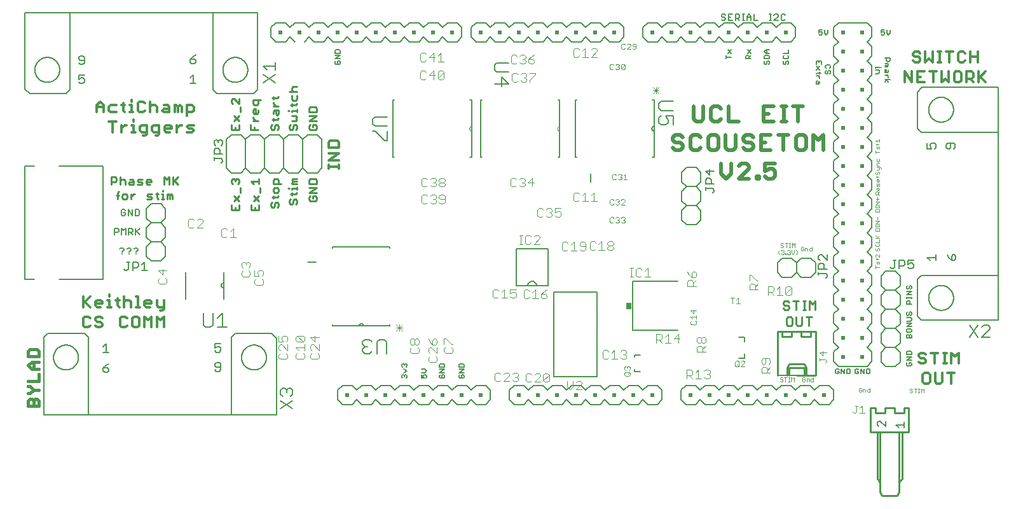
<source format=gto>
G75*
%MOIN*%
%OFA0B0*%
%FSLAX25Y25*%
%IPPOS*%
%LPD*%
%AMOC8*
5,1,8,0,0,1.08239X$1,22.5*
%
%ADD10C,0.01000*%
%ADD11C,0.01400*%
%ADD12C,0.00800*%
%ADD13C,0.01100*%
%ADD14C,0.00300*%
%ADD15C,0.00600*%
%ADD16C,0.00200*%
%ADD17C,0.02100*%
%ADD18C,0.01500*%
%ADD19C,0.00400*%
%ADD20C,0.00500*%
%ADD21R,0.02000X0.02000*%
%ADD22C,0.00700*%
%ADD23R,0.03000X0.03400*%
%ADD24C,0.00000*%
D10*
X0147646Y0151257D02*
X0151650Y0151257D01*
X0151650Y0153926D01*
X0151650Y0155861D02*
X0148981Y0158530D01*
X0148981Y0155861D02*
X0151650Y0158530D01*
X0152317Y0160465D02*
X0152317Y0163134D01*
X0150982Y0165069D02*
X0151650Y0165737D01*
X0151650Y0167071D01*
X0150982Y0167738D01*
X0150315Y0167738D01*
X0149648Y0167071D01*
X0149648Y0166404D01*
X0149648Y0167071D02*
X0148981Y0167738D01*
X0148313Y0167738D01*
X0147646Y0167071D01*
X0147646Y0165737D01*
X0148313Y0165069D01*
X0157882Y0166404D02*
X0161886Y0166404D01*
X0161886Y0167738D02*
X0161886Y0165069D01*
X0162553Y0163134D02*
X0162553Y0160465D01*
X0161886Y0158530D02*
X0159217Y0155861D01*
X0157882Y0153926D02*
X0157882Y0151257D01*
X0161886Y0151257D01*
X0161886Y0153926D01*
X0161886Y0155861D02*
X0159217Y0158530D01*
X0159884Y0152592D02*
X0159884Y0151257D01*
X0168119Y0153459D02*
X0168119Y0154794D01*
X0168786Y0155461D01*
X0170120Y0154794D02*
X0170788Y0155461D01*
X0171455Y0155461D01*
X0172122Y0154794D01*
X0172122Y0153459D01*
X0171455Y0152792D01*
X0170120Y0153459D02*
X0170120Y0154794D01*
X0170120Y0153459D02*
X0169453Y0152792D01*
X0168786Y0152792D01*
X0168119Y0153459D01*
X0169453Y0157396D02*
X0169453Y0158731D01*
X0168786Y0158063D02*
X0171455Y0158063D01*
X0172122Y0158731D01*
X0171455Y0160465D02*
X0172122Y0161133D01*
X0172122Y0162467D01*
X0171455Y0163134D01*
X0170120Y0163134D01*
X0169453Y0162467D01*
X0169453Y0161133D01*
X0170120Y0160465D01*
X0171455Y0160465D01*
X0177294Y0162667D02*
X0177961Y0162667D01*
X0179296Y0162667D02*
X0181965Y0162667D01*
X0181965Y0162000D02*
X0181965Y0163334D01*
X0181965Y0165069D02*
X0179296Y0165069D01*
X0179296Y0165737D01*
X0179963Y0166404D01*
X0179296Y0167071D01*
X0179963Y0167738D01*
X0181965Y0167738D01*
X0181965Y0166404D02*
X0179963Y0166404D01*
X0179296Y0162667D02*
X0179296Y0162000D01*
X0179296Y0160265D02*
X0179296Y0158931D01*
X0178628Y0159598D02*
X0181297Y0159598D01*
X0181965Y0160265D01*
X0181297Y0156996D02*
X0181965Y0156328D01*
X0181965Y0154994D01*
X0181297Y0154327D01*
X0179963Y0154994D02*
X0179296Y0154327D01*
X0178628Y0154327D01*
X0177961Y0154994D01*
X0177961Y0156328D01*
X0178628Y0156996D01*
X0179963Y0156328D02*
X0180630Y0156996D01*
X0181297Y0156996D01*
X0179963Y0156328D02*
X0179963Y0154994D01*
X0188197Y0156529D02*
X0188197Y0157863D01*
X0188865Y0158530D01*
X0190199Y0158530D02*
X0190199Y0157196D01*
X0190199Y0158530D02*
X0191534Y0158530D01*
X0192201Y0157863D01*
X0192201Y0156529D01*
X0191534Y0155861D01*
X0188865Y0155861D01*
X0188197Y0156529D01*
X0188197Y0160465D02*
X0192201Y0163134D01*
X0188197Y0163134D01*
X0188197Y0165069D02*
X0188197Y0167071D01*
X0188865Y0167738D01*
X0191534Y0167738D01*
X0192201Y0167071D01*
X0192201Y0165069D01*
X0188197Y0165069D01*
X0188197Y0160465D02*
X0192201Y0160465D01*
X0173457Y0165069D02*
X0169453Y0165069D01*
X0169453Y0167071D01*
X0170120Y0167738D01*
X0171455Y0167738D01*
X0172122Y0167071D01*
X0172122Y0165069D01*
X0159217Y0165069D02*
X0157882Y0166404D01*
X0149648Y0152592D02*
X0149648Y0151257D01*
X0147646Y0151257D02*
X0147646Y0153926D01*
X0119386Y0164624D02*
X0117384Y0166626D01*
X0116717Y0165958D02*
X0119386Y0168627D01*
X0116717Y0168627D02*
X0116717Y0164624D01*
X0114782Y0164624D02*
X0114782Y0168627D01*
X0113448Y0167293D01*
X0112113Y0168627D01*
X0112113Y0164624D01*
X0111630Y0161795D02*
X0111630Y0161127D01*
X0111630Y0159793D02*
X0111630Y0157124D01*
X0112297Y0157124D02*
X0110962Y0157124D01*
X0109228Y0157124D02*
X0108560Y0157791D01*
X0108560Y0160460D01*
X0107893Y0159793D02*
X0109228Y0159793D01*
X0110962Y0159793D02*
X0111630Y0159793D01*
X0114032Y0159793D02*
X0114699Y0159793D01*
X0115366Y0159126D01*
X0116033Y0159793D01*
X0116701Y0159126D01*
X0116701Y0157124D01*
X0115366Y0157124D02*
X0115366Y0159126D01*
X0114032Y0159793D02*
X0114032Y0157124D01*
X0105958Y0157791D02*
X0105291Y0158458D01*
X0103956Y0158458D01*
X0103289Y0159126D01*
X0103956Y0159793D01*
X0105958Y0159793D01*
X0105958Y0157791D02*
X0105291Y0157124D01*
X0103289Y0157124D01*
X0096850Y0159793D02*
X0096183Y0159793D01*
X0094849Y0158458D01*
X0094849Y0157124D02*
X0094849Y0159793D01*
X0092914Y0159126D02*
X0092246Y0159793D01*
X0090912Y0159793D01*
X0090245Y0159126D01*
X0090245Y0157791D01*
X0090912Y0157124D01*
X0092246Y0157124D01*
X0092914Y0157791D01*
X0092914Y0159126D01*
X0088510Y0159126D02*
X0087175Y0159126D01*
X0087843Y0160460D02*
X0088510Y0161127D01*
X0087843Y0160460D02*
X0087843Y0157124D01*
X0089094Y0164624D02*
X0089094Y0168627D01*
X0089761Y0167293D02*
X0091095Y0167293D01*
X0091763Y0166626D01*
X0091763Y0164624D01*
X0093698Y0165291D02*
X0094365Y0165958D01*
X0096367Y0165958D01*
X0096367Y0166626D02*
X0096367Y0164624D01*
X0094365Y0164624D01*
X0093698Y0165291D01*
X0094365Y0167293D02*
X0095699Y0167293D01*
X0096367Y0166626D01*
X0098302Y0166626D02*
X0098969Y0165958D01*
X0100303Y0165958D01*
X0100970Y0165291D01*
X0100303Y0164624D01*
X0098302Y0164624D01*
X0098302Y0166626D02*
X0098969Y0167293D01*
X0100970Y0167293D01*
X0102905Y0166626D02*
X0103573Y0167293D01*
X0104907Y0167293D01*
X0105574Y0166626D01*
X0105574Y0165958D01*
X0102905Y0165958D01*
X0102905Y0165291D02*
X0102905Y0166626D01*
X0102905Y0165291D02*
X0103573Y0164624D01*
X0104907Y0164624D01*
X0089761Y0167293D02*
X0089094Y0166626D01*
X0087159Y0166626D02*
X0086491Y0165958D01*
X0084490Y0165958D01*
X0084490Y0164624D02*
X0084490Y0168627D01*
X0086491Y0168627D01*
X0087159Y0167960D01*
X0087159Y0166626D01*
X0147646Y0193295D02*
X0151650Y0193295D01*
X0151650Y0195964D01*
X0151650Y0197899D02*
X0148981Y0200568D01*
X0148981Y0197899D02*
X0151650Y0200568D01*
X0152317Y0202503D02*
X0152317Y0205172D01*
X0151650Y0207107D02*
X0148981Y0209776D01*
X0148313Y0209776D01*
X0147646Y0209109D01*
X0147646Y0207774D01*
X0148313Y0207107D01*
X0151650Y0207107D02*
X0151650Y0209776D01*
X0158823Y0209009D02*
X0158823Y0207007D01*
X0159490Y0206340D01*
X0160825Y0206340D01*
X0161492Y0207007D01*
X0161492Y0209009D01*
X0162827Y0209009D02*
X0158823Y0209009D01*
X0159490Y0204405D02*
X0160158Y0204405D01*
X0160158Y0201736D01*
X0160825Y0201736D02*
X0159490Y0201736D01*
X0158823Y0202403D01*
X0158823Y0203738D01*
X0159490Y0204405D01*
X0161492Y0203738D02*
X0161492Y0202403D01*
X0160825Y0201736D01*
X0158823Y0199901D02*
X0158823Y0199234D01*
X0160158Y0197899D01*
X0161492Y0197899D02*
X0158823Y0197899D01*
X0157489Y0195964D02*
X0157489Y0193295D01*
X0161492Y0193295D01*
X0159490Y0193295D02*
X0159490Y0194630D01*
X0168119Y0195297D02*
X0168119Y0193963D01*
X0168786Y0193295D01*
X0169453Y0193295D01*
X0170120Y0193963D01*
X0170120Y0195297D01*
X0170788Y0195964D01*
X0171455Y0195964D01*
X0172122Y0195297D01*
X0172122Y0193963D01*
X0171455Y0193295D01*
X0168786Y0195964D02*
X0168119Y0195297D01*
X0169453Y0197899D02*
X0169453Y0199234D01*
X0168786Y0198566D02*
X0171455Y0198566D01*
X0172122Y0199234D01*
X0171455Y0200968D02*
X0170788Y0201636D01*
X0170788Y0203637D01*
X0170120Y0203637D02*
X0172122Y0203637D01*
X0172122Y0201636D01*
X0171455Y0200968D01*
X0169453Y0201636D02*
X0169453Y0202970D01*
X0170120Y0203637D01*
X0169453Y0205572D02*
X0172122Y0205572D01*
X0170788Y0205572D02*
X0169453Y0206907D01*
X0169453Y0207574D01*
X0169453Y0209409D02*
X0169453Y0210743D01*
X0168786Y0210076D02*
X0171455Y0210076D01*
X0172122Y0210743D01*
X0177961Y0213246D02*
X0181965Y0213246D01*
X0181965Y0211311D02*
X0181965Y0209309D01*
X0181297Y0208642D01*
X0179963Y0208642D01*
X0179296Y0209309D01*
X0179296Y0211311D01*
X0179963Y0213246D02*
X0179296Y0213913D01*
X0179296Y0215247D01*
X0179963Y0215915D01*
X0181965Y0215915D01*
X0181965Y0206907D02*
X0181297Y0206240D01*
X0178628Y0206240D01*
X0179296Y0206907D02*
X0179296Y0205572D01*
X0179296Y0203170D02*
X0181965Y0203170D01*
X0181965Y0202503D02*
X0181965Y0203838D01*
X0179296Y0203170D02*
X0179296Y0202503D01*
X0177961Y0203170D02*
X0177294Y0203170D01*
X0179296Y0200568D02*
X0181297Y0200568D01*
X0181965Y0199901D01*
X0181297Y0199234D01*
X0181965Y0198566D01*
X0181297Y0197899D01*
X0179296Y0197899D01*
X0178628Y0195964D02*
X0177961Y0195297D01*
X0177961Y0193963D01*
X0178628Y0193295D01*
X0179296Y0193295D01*
X0179963Y0193963D01*
X0179963Y0195297D01*
X0180630Y0195964D01*
X0181297Y0195964D01*
X0181965Y0195297D01*
X0181965Y0193963D01*
X0181297Y0193295D01*
X0188197Y0193963D02*
X0188865Y0193295D01*
X0191534Y0193295D01*
X0192201Y0193963D01*
X0192201Y0195297D01*
X0191534Y0195964D01*
X0190199Y0195964D01*
X0190199Y0194630D01*
X0188865Y0195964D02*
X0188197Y0195297D01*
X0188197Y0193963D01*
X0188197Y0197899D02*
X0192201Y0200568D01*
X0188197Y0200568D01*
X0188197Y0202503D02*
X0188197Y0204505D01*
X0188865Y0205172D01*
X0191534Y0205172D01*
X0192201Y0204505D01*
X0192201Y0202503D01*
X0188197Y0202503D01*
X0188197Y0197899D02*
X0192201Y0197899D01*
X0149648Y0194630D02*
X0149648Y0193295D01*
X0147646Y0193295D02*
X0147646Y0195964D01*
X0433862Y0087602D02*
X0433862Y0076102D01*
X0433862Y0064602D01*
X0438862Y0064602D02*
X0438862Y0068602D01*
X0439862Y0070602D01*
X0447862Y0070602D01*
X0448862Y0068602D01*
X0447862Y0068602D01*
X0447862Y0064602D01*
X0448862Y0064602D02*
X0448862Y0068602D01*
X0447862Y0068602D02*
X0439862Y0068602D01*
X0439862Y0064602D01*
X0443862Y0064602D02*
X0448862Y0064602D01*
X0453862Y0064602D01*
X0453862Y0076102D01*
X0453862Y0087602D01*
X0451362Y0087602D01*
X0451362Y0085102D01*
X0446362Y0085102D01*
X0446362Y0087602D01*
X0441362Y0087602D01*
X0441362Y0085102D01*
X0436362Y0085102D01*
X0436362Y0087602D01*
X0433862Y0087602D01*
X0436362Y0087602D02*
X0441362Y0087602D01*
X0443862Y0087602D02*
X0453862Y0087602D01*
X0439862Y0068602D02*
X0438862Y0068602D01*
X0482563Y0047500D02*
X0482563Y0035000D01*
X0486063Y0035000D01*
X0486063Y0010500D01*
X0487363Y0009100D01*
X0487563Y0003500D02*
X0488563Y0001500D01*
X0492363Y0001500D01*
X0492763Y0001500D01*
X0492363Y0001500D02*
X0496563Y0001500D01*
X0497563Y0003500D01*
X0497563Y0035000D01*
X0502563Y0035000D01*
X0502563Y0047500D01*
X0500063Y0047500D01*
X0500063Y0045000D01*
X0495063Y0045000D01*
X0495063Y0047500D01*
X0490063Y0047500D01*
X0490063Y0045000D01*
X0485063Y0045000D01*
X0485063Y0047500D01*
X0482563Y0047500D01*
X0486063Y0035000D02*
X0497563Y0035000D01*
X0499063Y0035000D02*
X0499063Y0010500D01*
X0497763Y0009100D01*
X0487563Y0003500D02*
X0487563Y0035000D01*
D11*
X0510907Y0060336D02*
X0512775Y0060336D01*
X0513709Y0061270D01*
X0513709Y0065006D01*
X0512775Y0065941D01*
X0510907Y0065941D01*
X0509973Y0065006D01*
X0509973Y0061270D01*
X0510907Y0060336D01*
X0516418Y0061270D02*
X0517352Y0060336D01*
X0519221Y0060336D01*
X0520155Y0061270D01*
X0520155Y0065941D01*
X0522864Y0065941D02*
X0526600Y0065941D01*
X0524732Y0065941D02*
X0524732Y0060336D01*
X0516418Y0061270D02*
X0516418Y0065941D01*
X0516138Y0070836D02*
X0516138Y0076441D01*
X0514270Y0076441D02*
X0518006Y0076441D01*
X0520715Y0076441D02*
X0522583Y0076441D01*
X0521649Y0076441D02*
X0521649Y0070836D01*
X0520715Y0070836D02*
X0522583Y0070836D01*
X0525012Y0070836D02*
X0525012Y0076441D01*
X0526880Y0074572D01*
X0528749Y0076441D01*
X0528749Y0070836D01*
X0511561Y0071770D02*
X0510627Y0070836D01*
X0508758Y0070836D01*
X0507824Y0071770D01*
X0508758Y0073638D02*
X0510627Y0073638D01*
X0511561Y0072704D01*
X0511561Y0071770D01*
X0508758Y0073638D02*
X0507824Y0074572D01*
X0507824Y0075506D01*
X0508758Y0076441D01*
X0510627Y0076441D01*
X0511561Y0075506D01*
X0510807Y0218210D02*
X0507070Y0218210D01*
X0507070Y0223815D01*
X0510807Y0223815D01*
X0513516Y0223815D02*
X0517252Y0223815D01*
X0515384Y0223815D02*
X0515384Y0218210D01*
X0519961Y0218210D02*
X0521830Y0220078D01*
X0523698Y0218210D01*
X0523698Y0223815D01*
X0526407Y0222880D02*
X0526407Y0219144D01*
X0527341Y0218210D01*
X0529209Y0218210D01*
X0530143Y0219144D01*
X0530143Y0222880D01*
X0529209Y0223815D01*
X0527341Y0223815D01*
X0526407Y0222880D01*
X0532852Y0223815D02*
X0532852Y0218210D01*
X0532852Y0220078D02*
X0535655Y0220078D01*
X0536589Y0221012D01*
X0536589Y0222880D01*
X0535655Y0223815D01*
X0532852Y0223815D01*
X0534721Y0220078D02*
X0536589Y0218210D01*
X0539298Y0218210D02*
X0539298Y0223815D01*
X0540232Y0221012D02*
X0543034Y0218210D01*
X0539298Y0220078D02*
X0543034Y0223815D01*
X0538737Y0228710D02*
X0538737Y0234315D01*
X0538737Y0231512D02*
X0535001Y0231512D01*
X0535001Y0228710D02*
X0535001Y0234315D01*
X0532292Y0233380D02*
X0531358Y0234315D01*
X0529490Y0234315D01*
X0528555Y0233380D01*
X0528555Y0229644D01*
X0529490Y0228710D01*
X0531358Y0228710D01*
X0532292Y0229644D01*
X0525846Y0234315D02*
X0522110Y0234315D01*
X0523978Y0234315D02*
X0523978Y0228710D01*
X0519681Y0228710D02*
X0517813Y0228710D01*
X0518747Y0228710D02*
X0518747Y0234315D01*
X0517813Y0234315D02*
X0519681Y0234315D01*
X0515104Y0234315D02*
X0515104Y0228710D01*
X0513236Y0230578D01*
X0511367Y0228710D01*
X0511367Y0234315D01*
X0508658Y0233380D02*
X0507724Y0234315D01*
X0505856Y0234315D01*
X0504922Y0233380D01*
X0504922Y0232446D01*
X0505856Y0231512D01*
X0507724Y0231512D01*
X0508658Y0230578D01*
X0508658Y0229644D01*
X0507724Y0228710D01*
X0505856Y0228710D01*
X0504922Y0229644D01*
X0504361Y0223815D02*
X0504361Y0218210D01*
X0500625Y0223815D01*
X0500625Y0218210D01*
X0507070Y0221012D02*
X0508939Y0221012D01*
X0519961Y0223815D02*
X0519961Y0218210D01*
X0204024Y0186635D02*
X0204024Y0183833D01*
X0198420Y0183833D01*
X0198420Y0186635D01*
X0199354Y0187569D01*
X0203090Y0187569D01*
X0204024Y0186635D01*
X0204024Y0181124D02*
X0198420Y0181124D01*
X0198420Y0177387D02*
X0204024Y0181124D01*
X0204024Y0177387D02*
X0198420Y0177387D01*
X0198420Y0174959D02*
X0198420Y0173090D01*
X0198420Y0174024D02*
X0204024Y0174024D01*
X0204024Y0173090D02*
X0204024Y0174959D01*
X0127928Y0192963D02*
X0126994Y0193897D01*
X0125126Y0193897D01*
X0124191Y0194831D01*
X0125126Y0195765D01*
X0127928Y0195765D01*
X0127928Y0192963D02*
X0126994Y0192029D01*
X0124191Y0192029D01*
X0121623Y0195765D02*
X0120688Y0195765D01*
X0118820Y0193897D01*
X0118820Y0192029D02*
X0118820Y0195765D01*
X0116111Y0194831D02*
X0116111Y0193897D01*
X0112375Y0193897D01*
X0112375Y0194831D02*
X0113309Y0195765D01*
X0115177Y0195765D01*
X0116111Y0194831D01*
X0115177Y0192029D02*
X0113309Y0192029D01*
X0112375Y0192963D01*
X0112375Y0194831D01*
X0109666Y0195765D02*
X0106863Y0195765D01*
X0105929Y0194831D01*
X0105929Y0192963D01*
X0106863Y0192029D01*
X0109666Y0192029D01*
X0109666Y0191095D02*
X0109666Y0195765D01*
X0109666Y0191095D02*
X0108732Y0190160D01*
X0107797Y0190160D01*
X0103220Y0191095D02*
X0103220Y0195765D01*
X0100418Y0195765D01*
X0099484Y0194831D01*
X0099484Y0192963D01*
X0100418Y0192029D01*
X0103220Y0192029D01*
X0103220Y0191095D02*
X0102286Y0190160D01*
X0101352Y0190160D01*
X0097055Y0192029D02*
X0095187Y0192029D01*
X0096121Y0192029D02*
X0096121Y0195765D01*
X0095187Y0195765D01*
X0096121Y0197634D02*
X0096121Y0198568D01*
X0092618Y0195765D02*
X0091684Y0195765D01*
X0089815Y0193897D01*
X0089815Y0192029D02*
X0089815Y0195765D01*
X0087106Y0197634D02*
X0083370Y0197634D01*
X0085238Y0197634D02*
X0085238Y0192029D01*
X0084304Y0202529D02*
X0087106Y0202529D01*
X0084304Y0202529D02*
X0083370Y0203463D01*
X0083370Y0205331D01*
X0084304Y0206265D01*
X0087106Y0206265D01*
X0089815Y0206265D02*
X0091684Y0206265D01*
X0090750Y0207199D02*
X0090750Y0203463D01*
X0091684Y0202529D01*
X0094112Y0202529D02*
X0095981Y0202529D01*
X0095047Y0202529D02*
X0095047Y0206265D01*
X0094112Y0206265D01*
X0095047Y0208134D02*
X0095047Y0209068D01*
X0098409Y0207199D02*
X0098409Y0203463D01*
X0099344Y0202529D01*
X0101212Y0202529D01*
X0102146Y0203463D01*
X0104855Y0202529D02*
X0104855Y0208134D01*
X0105789Y0206265D02*
X0107657Y0206265D01*
X0108591Y0205331D01*
X0108591Y0202529D01*
X0111300Y0203463D02*
X0112235Y0204397D01*
X0115037Y0204397D01*
X0115037Y0205331D02*
X0115037Y0202529D01*
X0112235Y0202529D01*
X0111300Y0203463D01*
X0112235Y0206265D02*
X0114103Y0206265D01*
X0115037Y0205331D01*
X0117746Y0206265D02*
X0117746Y0202529D01*
X0119614Y0202529D02*
X0119614Y0205331D01*
X0120548Y0206265D01*
X0121482Y0205331D01*
X0121482Y0202529D01*
X0124191Y0202529D02*
X0126994Y0202529D01*
X0127928Y0203463D01*
X0127928Y0205331D01*
X0126994Y0206265D01*
X0124191Y0206265D01*
X0124191Y0200660D01*
X0119614Y0205331D02*
X0118680Y0206265D01*
X0117746Y0206265D01*
X0105789Y0206265D02*
X0104855Y0205331D01*
X0102146Y0207199D02*
X0101212Y0208134D01*
X0099344Y0208134D01*
X0098409Y0207199D01*
X0080661Y0206265D02*
X0080661Y0202529D01*
X0080661Y0205331D02*
X0076924Y0205331D01*
X0076924Y0206265D02*
X0078793Y0208134D01*
X0080661Y0206265D01*
X0076924Y0206265D02*
X0076924Y0202529D01*
X0083545Y0106902D02*
X0083545Y0105968D01*
X0083545Y0104100D02*
X0083545Y0100363D01*
X0084479Y0100363D02*
X0082610Y0100363D01*
X0079901Y0102232D02*
X0076165Y0102232D01*
X0076165Y0103166D02*
X0077099Y0104100D01*
X0078967Y0104100D01*
X0079901Y0103166D01*
X0079901Y0102232D01*
X0078967Y0100363D02*
X0077099Y0100363D01*
X0076165Y0101298D01*
X0076165Y0103166D01*
X0073456Y0105968D02*
X0069719Y0102232D01*
X0070654Y0103166D02*
X0073456Y0100363D01*
X0069719Y0100363D02*
X0069719Y0105968D01*
X0082610Y0104100D02*
X0083545Y0104100D01*
X0086907Y0104100D02*
X0088776Y0104100D01*
X0087842Y0105034D02*
X0087842Y0101298D01*
X0088776Y0100363D01*
X0091204Y0100363D02*
X0091204Y0105968D01*
X0092139Y0104100D02*
X0094007Y0104100D01*
X0094941Y0103166D01*
X0094941Y0100363D01*
X0097650Y0100363D02*
X0099518Y0100363D01*
X0098584Y0100363D02*
X0098584Y0105968D01*
X0097650Y0105968D01*
X0101947Y0103166D02*
X0102881Y0104100D01*
X0104749Y0104100D01*
X0105683Y0103166D01*
X0105683Y0102232D01*
X0101947Y0102232D01*
X0101947Y0101298D02*
X0101947Y0103166D01*
X0101947Y0101298D02*
X0102881Y0100363D01*
X0104749Y0100363D01*
X0108392Y0101298D02*
X0109327Y0100363D01*
X0112129Y0100363D01*
X0112129Y0099429D02*
X0111195Y0098495D01*
X0110261Y0098495D01*
X0112129Y0099429D02*
X0112129Y0104100D01*
X0108392Y0104100D02*
X0108392Y0101298D01*
X0108392Y0095468D02*
X0110261Y0093600D01*
X0112129Y0095468D01*
X0112129Y0089863D01*
X0108392Y0089863D02*
X0108392Y0095468D01*
X0105683Y0095468D02*
X0105683Y0089863D01*
X0101947Y0089863D02*
X0101947Y0095468D01*
X0103815Y0093600D01*
X0105683Y0095468D01*
X0099238Y0094534D02*
X0098304Y0095468D01*
X0096436Y0095468D01*
X0095501Y0094534D01*
X0095501Y0090798D01*
X0096436Y0089863D01*
X0098304Y0089863D01*
X0099238Y0090798D01*
X0099238Y0094534D01*
X0092792Y0094534D02*
X0091858Y0095468D01*
X0089990Y0095468D01*
X0089056Y0094534D01*
X0089056Y0090798D01*
X0089990Y0089863D01*
X0091858Y0089863D01*
X0092792Y0090798D01*
X0079901Y0090798D02*
X0078967Y0089863D01*
X0077099Y0089863D01*
X0076165Y0090798D01*
X0077099Y0092666D02*
X0078967Y0092666D01*
X0079901Y0091732D01*
X0079901Y0090798D01*
X0077099Y0092666D02*
X0076165Y0093600D01*
X0076165Y0094534D01*
X0077099Y0095468D01*
X0078967Y0095468D01*
X0079901Y0094534D01*
X0073456Y0094534D02*
X0072522Y0095468D01*
X0070654Y0095468D01*
X0069719Y0094534D01*
X0069719Y0090798D01*
X0070654Y0089863D01*
X0072522Y0089863D01*
X0073456Y0090798D01*
X0091204Y0103166D02*
X0092139Y0104100D01*
D12*
X0093777Y0128203D02*
X0093777Y0128737D01*
X0093777Y0129271D02*
X0094844Y0130338D01*
X0094844Y0130872D01*
X0094310Y0131406D01*
X0093243Y0131406D01*
X0092709Y0130872D01*
X0091161Y0130872D02*
X0091161Y0130338D01*
X0090094Y0129271D01*
X0090094Y0128737D02*
X0090094Y0128203D01*
X0091161Y0130872D02*
X0090627Y0131406D01*
X0089560Y0131406D01*
X0089026Y0130872D01*
X0096392Y0130872D02*
X0096926Y0131406D01*
X0097994Y0131406D01*
X0098527Y0130872D01*
X0098527Y0130338D01*
X0097460Y0129271D01*
X0097460Y0128737D02*
X0097460Y0128203D01*
X0097320Y0138439D02*
X0097320Y0141642D01*
X0095772Y0141108D02*
X0095772Y0140041D01*
X0095238Y0139507D01*
X0093636Y0139507D01*
X0093636Y0138439D02*
X0093636Y0141642D01*
X0095238Y0141642D01*
X0095772Y0141108D01*
X0094704Y0139507D02*
X0095772Y0138439D01*
X0097320Y0139507D02*
X0099455Y0141642D01*
X0097853Y0140041D02*
X0099455Y0138439D01*
X0092088Y0138439D02*
X0092088Y0141642D01*
X0091021Y0140575D01*
X0089953Y0141642D01*
X0089953Y0138439D01*
X0088405Y0140041D02*
X0087871Y0139507D01*
X0086270Y0139507D01*
X0086270Y0138439D02*
X0086270Y0141642D01*
X0087871Y0141642D01*
X0088405Y0141108D01*
X0088405Y0140041D01*
X0090347Y0148282D02*
X0091415Y0148282D01*
X0091949Y0148816D01*
X0091949Y0149883D01*
X0090881Y0149883D01*
X0089813Y0148816D02*
X0090347Y0148282D01*
X0089813Y0148816D02*
X0089813Y0150951D01*
X0090347Y0151485D01*
X0091415Y0151485D01*
X0091949Y0150951D01*
X0093497Y0151485D02*
X0095632Y0148282D01*
X0095632Y0151485D01*
X0097180Y0151485D02*
X0098781Y0151485D01*
X0099315Y0150951D01*
X0099315Y0148816D01*
X0098781Y0148282D01*
X0097180Y0148282D01*
X0097180Y0151485D01*
X0093497Y0151485D02*
X0093497Y0148282D01*
X0132788Y0097235D02*
X0132788Y0091064D01*
X0134023Y0089829D01*
X0136491Y0089829D01*
X0137726Y0091064D01*
X0137726Y0097235D01*
X0140339Y0094767D02*
X0142807Y0097235D01*
X0142807Y0089829D01*
X0140339Y0089829D02*
X0145276Y0089829D01*
X0216306Y0082165D02*
X0217541Y0083399D01*
X0220010Y0083399D01*
X0221244Y0082165D01*
X0223857Y0082165D02*
X0223857Y0075993D01*
X0221244Y0077227D02*
X0220010Y0075993D01*
X0217541Y0075993D01*
X0216306Y0077227D01*
X0216306Y0078462D01*
X0217541Y0079696D01*
X0216306Y0080930D01*
X0216306Y0082165D01*
X0217541Y0079696D02*
X0218775Y0079696D01*
X0223857Y0082165D02*
X0225091Y0083399D01*
X0227560Y0083399D01*
X0228794Y0082165D01*
X0228794Y0075993D01*
X0296723Y0111601D02*
X0313639Y0111601D01*
X0313639Y0130880D01*
X0296723Y0130880D01*
X0296723Y0111601D01*
X0302819Y0111601D02*
X0302821Y0111697D01*
X0302827Y0111794D01*
X0302837Y0111889D01*
X0302850Y0111985D01*
X0302868Y0112080D01*
X0302889Y0112173D01*
X0302915Y0112266D01*
X0302944Y0112358D01*
X0302976Y0112449D01*
X0303013Y0112538D01*
X0303053Y0112626D01*
X0303096Y0112712D01*
X0303144Y0112796D01*
X0303194Y0112878D01*
X0303248Y0112958D01*
X0303305Y0113036D01*
X0303365Y0113111D01*
X0303428Y0113184D01*
X0303494Y0113254D01*
X0303563Y0113322D01*
X0303634Y0113386D01*
X0303708Y0113448D01*
X0303785Y0113506D01*
X0303864Y0113562D01*
X0303945Y0113614D01*
X0304028Y0113662D01*
X0304113Y0113708D01*
X0304200Y0113750D01*
X0304288Y0113788D01*
X0304378Y0113822D01*
X0304469Y0113853D01*
X0304562Y0113880D01*
X0304655Y0113904D01*
X0304750Y0113923D01*
X0304845Y0113939D01*
X0304940Y0113951D01*
X0305037Y0113959D01*
X0305133Y0113963D01*
X0305229Y0113963D01*
X0305325Y0113959D01*
X0305422Y0113951D01*
X0305517Y0113939D01*
X0305612Y0113923D01*
X0305707Y0113904D01*
X0305800Y0113880D01*
X0305893Y0113853D01*
X0305984Y0113822D01*
X0306074Y0113788D01*
X0306162Y0113750D01*
X0306249Y0113708D01*
X0306334Y0113662D01*
X0306417Y0113614D01*
X0306498Y0113562D01*
X0306577Y0113506D01*
X0306654Y0113448D01*
X0306728Y0113386D01*
X0306799Y0113322D01*
X0306868Y0113254D01*
X0306934Y0113184D01*
X0306997Y0113111D01*
X0307057Y0113036D01*
X0307114Y0112958D01*
X0307168Y0112878D01*
X0307218Y0112796D01*
X0307266Y0112712D01*
X0307309Y0112626D01*
X0307349Y0112538D01*
X0307386Y0112449D01*
X0307418Y0112358D01*
X0307447Y0112266D01*
X0307473Y0112173D01*
X0307494Y0112080D01*
X0307512Y0111985D01*
X0307525Y0111889D01*
X0307535Y0111794D01*
X0307541Y0111697D01*
X0307543Y0111601D01*
X0316382Y0108346D02*
X0316382Y0063858D01*
X0339256Y0063858D01*
X0339256Y0108346D01*
X0316382Y0108346D01*
X0357862Y0114004D02*
X0357862Y0088201D01*
X0381462Y0088202D01*
X0362031Y0075433D02*
X0358882Y0075433D01*
X0358882Y0074252D01*
X0358882Y0067953D02*
X0358882Y0066772D01*
X0362031Y0066772D01*
X0413469Y0073740D02*
X0416618Y0073740D01*
X0416618Y0076102D01*
X0416618Y0082402D02*
X0416618Y0084764D01*
X0413469Y0084764D01*
X0381462Y0114002D02*
X0357862Y0114004D01*
X0229050Y0187602D02*
X0227816Y0187602D01*
X0222878Y0192539D01*
X0221644Y0192539D01*
X0222878Y0195152D02*
X0229050Y0195152D01*
X0229050Y0192539D02*
X0229050Y0187602D01*
X0222878Y0195152D02*
X0221644Y0196387D01*
X0221644Y0198855D01*
X0222878Y0200090D01*
X0229050Y0200090D01*
X0285424Y0217183D02*
X0292830Y0217183D01*
X0289127Y0220886D01*
X0289127Y0215948D01*
X0286658Y0223499D02*
X0292830Y0223499D01*
X0292830Y0228436D02*
X0286658Y0228436D01*
X0285424Y0227202D01*
X0285424Y0224733D01*
X0286658Y0223499D01*
X0371644Y0207123D02*
X0371644Y0204654D01*
X0372878Y0203420D01*
X0379050Y0203420D01*
X0379050Y0200807D02*
X0375347Y0200807D01*
X0376582Y0198338D01*
X0376582Y0197104D01*
X0375347Y0195869D01*
X0372878Y0195869D01*
X0371644Y0197104D01*
X0371644Y0199573D01*
X0372878Y0200807D01*
X0379050Y0200807D02*
X0379050Y0195869D01*
X0371644Y0207123D02*
X0372878Y0208357D01*
X0379050Y0208357D01*
X0404914Y0250644D02*
X0404380Y0251178D01*
X0404914Y0250644D02*
X0405982Y0250644D01*
X0406515Y0251178D01*
X0406515Y0251712D01*
X0405982Y0252245D01*
X0404914Y0252245D01*
X0404380Y0252779D01*
X0404380Y0253313D01*
X0404914Y0253847D01*
X0405982Y0253847D01*
X0406515Y0253313D01*
X0408063Y0253847D02*
X0408063Y0250644D01*
X0410199Y0250644D01*
X0411747Y0250644D02*
X0411747Y0253847D01*
X0413348Y0253847D01*
X0413882Y0253313D01*
X0413882Y0252245D01*
X0413348Y0251712D01*
X0411747Y0251712D01*
X0412814Y0251712D02*
X0413882Y0250644D01*
X0415430Y0250644D02*
X0416497Y0250644D01*
X0415964Y0250644D02*
X0415964Y0253847D01*
X0416497Y0253847D02*
X0415430Y0253847D01*
X0417885Y0252779D02*
X0417885Y0250644D01*
X0417885Y0252245D02*
X0420020Y0252245D01*
X0420020Y0252779D02*
X0420020Y0250644D01*
X0421568Y0250644D02*
X0421568Y0253847D01*
X0420020Y0252779D02*
X0418953Y0253847D01*
X0417885Y0252779D01*
X0421568Y0250644D02*
X0423703Y0250644D01*
X0429577Y0250644D02*
X0430645Y0250644D01*
X0430111Y0250644D02*
X0430111Y0253847D01*
X0429577Y0253847D02*
X0430645Y0253847D01*
X0432033Y0253313D02*
X0432566Y0253847D01*
X0433634Y0253847D01*
X0434168Y0253313D01*
X0434168Y0252779D01*
X0432033Y0250644D01*
X0434168Y0250644D01*
X0435716Y0251178D02*
X0436250Y0250644D01*
X0437317Y0250644D01*
X0437851Y0251178D01*
X0437851Y0253313D02*
X0437317Y0253847D01*
X0436250Y0253847D01*
X0435716Y0253313D01*
X0435716Y0251178D01*
X0410199Y0253847D02*
X0408063Y0253847D01*
X0408063Y0252245D02*
X0409131Y0252245D01*
D13*
X0437560Y0103580D02*
X0436809Y0102829D01*
X0436809Y0102079D01*
X0437560Y0101328D01*
X0439061Y0101328D01*
X0439812Y0100577D01*
X0439812Y0099827D01*
X0439061Y0099076D01*
X0437560Y0099076D01*
X0436809Y0099827D01*
X0437560Y0103580D02*
X0439061Y0103580D01*
X0439812Y0102829D01*
X0441966Y0103580D02*
X0444968Y0103580D01*
X0443467Y0103580D02*
X0443467Y0099076D01*
X0447122Y0099076D02*
X0448623Y0099076D01*
X0447873Y0099076D02*
X0447873Y0103580D01*
X0448623Y0103580D02*
X0447122Y0103580D01*
X0450560Y0103580D02*
X0450560Y0099076D01*
X0453562Y0099076D02*
X0453562Y0103580D01*
X0452061Y0102079D01*
X0450560Y0103580D01*
X0450342Y0095180D02*
X0450342Y0090676D01*
X0446687Y0091427D02*
X0446687Y0095180D01*
X0448841Y0095180D02*
X0451843Y0095180D01*
X0446687Y0091427D02*
X0445936Y0090676D01*
X0444435Y0090676D01*
X0443684Y0091427D01*
X0443684Y0095180D01*
X0441531Y0094429D02*
X0440780Y0095180D01*
X0439279Y0095180D01*
X0438528Y0094429D01*
X0438528Y0091427D01*
X0439279Y0090676D01*
X0440780Y0090676D01*
X0441531Y0091427D01*
X0441531Y0094429D01*
D14*
X0414209Y0102256D02*
X0412274Y0102256D01*
X0413241Y0102256D02*
X0413241Y0105159D01*
X0412274Y0104191D01*
X0411262Y0105159D02*
X0409327Y0105159D01*
X0410295Y0105159D02*
X0410295Y0102256D01*
X0391212Y0098597D02*
X0388310Y0098597D01*
X0389761Y0097145D01*
X0389761Y0099080D01*
X0391212Y0096134D02*
X0391212Y0094199D01*
X0391212Y0095166D02*
X0388310Y0095166D01*
X0389277Y0094199D01*
X0388793Y0093187D02*
X0388310Y0092704D01*
X0388310Y0091736D01*
X0388793Y0091252D01*
X0390728Y0091252D01*
X0391212Y0091736D01*
X0391212Y0092704D01*
X0390728Y0093187D01*
X0412151Y0072178D02*
X0413119Y0072178D01*
X0413603Y0071695D01*
X0413603Y0069760D01*
X0413119Y0069276D01*
X0412151Y0069276D01*
X0411668Y0069760D01*
X0411668Y0071695D01*
X0412151Y0072178D01*
X0412635Y0070243D02*
X0413603Y0069276D01*
X0414614Y0069276D02*
X0416549Y0071211D01*
X0416549Y0071695D01*
X0416065Y0072178D01*
X0415098Y0072178D01*
X0414614Y0071695D01*
X0414614Y0069276D02*
X0416549Y0069276D01*
X0435118Y0063182D02*
X0435118Y0062832D01*
X0435469Y0062481D01*
X0436169Y0062481D01*
X0436519Y0062131D01*
X0436519Y0061781D01*
X0436169Y0061430D01*
X0435469Y0061430D01*
X0435118Y0061781D01*
X0435118Y0063182D02*
X0435469Y0063532D01*
X0436169Y0063532D01*
X0436519Y0063182D01*
X0437328Y0063532D02*
X0438729Y0063532D01*
X0438029Y0063532D02*
X0438029Y0061430D01*
X0439538Y0061430D02*
X0440239Y0061430D01*
X0439888Y0061430D02*
X0439888Y0063532D01*
X0439538Y0063532D02*
X0440239Y0063532D01*
X0441011Y0063532D02*
X0441712Y0062832D01*
X0442412Y0063532D01*
X0442412Y0061430D01*
X0441011Y0061430D02*
X0441011Y0063532D01*
X0446878Y0063182D02*
X0446878Y0061781D01*
X0447229Y0061430D01*
X0447929Y0061430D01*
X0448280Y0061781D01*
X0448280Y0062481D01*
X0447579Y0062481D01*
X0446878Y0063182D02*
X0447229Y0063532D01*
X0447929Y0063532D01*
X0448280Y0063182D01*
X0449088Y0062832D02*
X0450139Y0062832D01*
X0450490Y0062481D01*
X0450490Y0061430D01*
X0451298Y0061781D02*
X0451298Y0062481D01*
X0451649Y0062832D01*
X0452699Y0062832D01*
X0452699Y0063532D02*
X0452699Y0061430D01*
X0451649Y0061430D01*
X0451298Y0061781D01*
X0449088Y0061430D02*
X0449088Y0062832D01*
X0476406Y0057670D02*
X0476406Y0056269D01*
X0476756Y0055919D01*
X0477457Y0055919D01*
X0477807Y0056269D01*
X0477807Y0056969D01*
X0477107Y0056969D01*
X0477807Y0057670D02*
X0477457Y0058020D01*
X0476756Y0058020D01*
X0476406Y0057670D01*
X0478616Y0057320D02*
X0479667Y0057320D01*
X0480017Y0056969D01*
X0480017Y0055919D01*
X0480826Y0056269D02*
X0480826Y0056969D01*
X0481176Y0057320D01*
X0482227Y0057320D01*
X0482227Y0058020D02*
X0482227Y0055919D01*
X0481176Y0055919D01*
X0480826Y0056269D01*
X0478616Y0055919D02*
X0478616Y0057320D01*
X0503228Y0057276D02*
X0503228Y0056926D01*
X0503579Y0056576D01*
X0504279Y0056576D01*
X0504630Y0056225D01*
X0504630Y0055875D01*
X0504279Y0055525D01*
X0503579Y0055525D01*
X0503228Y0055875D01*
X0503228Y0057276D02*
X0503579Y0057627D01*
X0504279Y0057627D01*
X0504630Y0057276D01*
X0505438Y0057627D02*
X0506840Y0057627D01*
X0506139Y0057627D02*
X0506139Y0055525D01*
X0507648Y0055525D02*
X0508349Y0055525D01*
X0507999Y0055525D02*
X0507999Y0057627D01*
X0508349Y0057627D02*
X0507648Y0057627D01*
X0509121Y0057627D02*
X0509121Y0055525D01*
X0510523Y0055525D02*
X0510523Y0057627D01*
X0509822Y0056926D01*
X0509121Y0057627D01*
X0451912Y0129934D02*
X0450861Y0129934D01*
X0450511Y0130285D01*
X0450511Y0130985D01*
X0450861Y0131335D01*
X0451912Y0131335D01*
X0451912Y0132036D02*
X0451912Y0129934D01*
X0449702Y0129934D02*
X0449702Y0130985D01*
X0449352Y0131335D01*
X0448301Y0131335D01*
X0448301Y0129934D01*
X0447492Y0130285D02*
X0447492Y0130985D01*
X0446792Y0130985D01*
X0447492Y0130285D02*
X0447142Y0129934D01*
X0446441Y0129934D01*
X0446091Y0130285D01*
X0446091Y0131686D01*
X0446441Y0132036D01*
X0447142Y0132036D01*
X0447492Y0131686D01*
X0444131Y0129535D02*
X0443431Y0130236D01*
X0442622Y0130236D02*
X0442622Y0128835D01*
X0441921Y0128134D01*
X0441221Y0128835D01*
X0441221Y0130236D01*
X0440412Y0129886D02*
X0440412Y0129535D01*
X0440062Y0129185D01*
X0440412Y0128835D01*
X0440412Y0128485D01*
X0440062Y0128134D01*
X0439361Y0128134D01*
X0439011Y0128485D01*
X0438256Y0128485D02*
X0438256Y0128134D01*
X0437906Y0128134D01*
X0437906Y0128485D01*
X0438256Y0128485D01*
X0437097Y0128485D02*
X0436747Y0128134D01*
X0436046Y0128134D01*
X0435696Y0128485D01*
X0434923Y0128134D02*
X0434223Y0128835D01*
X0434223Y0129535D01*
X0434923Y0130236D01*
X0435696Y0129886D02*
X0436046Y0130236D01*
X0436747Y0130236D01*
X0437097Y0129886D01*
X0437097Y0129535D01*
X0436747Y0129185D01*
X0437097Y0128835D01*
X0437097Y0128485D01*
X0436747Y0129185D02*
X0436397Y0129185D01*
X0436563Y0131734D02*
X0435862Y0131734D01*
X0435512Y0132085D01*
X0435862Y0132785D02*
X0436563Y0132785D01*
X0436913Y0132435D01*
X0436913Y0132085D01*
X0436563Y0131734D01*
X0435862Y0132785D02*
X0435512Y0133135D01*
X0435512Y0133486D01*
X0435862Y0133836D01*
X0436563Y0133836D01*
X0436913Y0133486D01*
X0437722Y0133836D02*
X0439123Y0133836D01*
X0438422Y0133836D02*
X0438422Y0131734D01*
X0439932Y0131734D02*
X0440632Y0131734D01*
X0440282Y0131734D02*
X0440282Y0133836D01*
X0439932Y0133836D02*
X0440632Y0133836D01*
X0441405Y0133836D02*
X0442106Y0133135D01*
X0442806Y0133836D01*
X0442806Y0131734D01*
X0441405Y0131734D02*
X0441405Y0133836D01*
X0440062Y0130236D02*
X0440412Y0129886D01*
X0440062Y0130236D02*
X0439361Y0130236D01*
X0439011Y0129886D01*
X0439711Y0129185D02*
X0440062Y0129185D01*
X0443431Y0128134D02*
X0444131Y0128835D01*
X0444131Y0129535D01*
X0353788Y0145072D02*
X0353304Y0144588D01*
X0352337Y0144588D01*
X0351853Y0145072D01*
X0350842Y0145072D02*
X0350358Y0144588D01*
X0349390Y0144588D01*
X0348907Y0145072D01*
X0347895Y0145072D02*
X0347411Y0144588D01*
X0346444Y0144588D01*
X0345960Y0145072D01*
X0345960Y0147007D01*
X0346444Y0147490D01*
X0347411Y0147490D01*
X0347895Y0147007D01*
X0348907Y0147007D02*
X0349390Y0147490D01*
X0350358Y0147490D01*
X0350842Y0147007D01*
X0350842Y0146523D01*
X0350358Y0146039D01*
X0350842Y0145555D01*
X0350842Y0145072D01*
X0350358Y0146039D02*
X0349874Y0146039D01*
X0351853Y0147007D02*
X0352337Y0147490D01*
X0353304Y0147490D01*
X0353788Y0147007D01*
X0353788Y0146523D01*
X0353304Y0146039D01*
X0353788Y0145555D01*
X0353788Y0145072D01*
X0353304Y0146039D02*
X0352821Y0146039D01*
X0353788Y0154037D02*
X0351853Y0154037D01*
X0353788Y0155972D01*
X0353788Y0156455D01*
X0353304Y0156939D01*
X0352337Y0156939D01*
X0351853Y0156455D01*
X0350842Y0156455D02*
X0350842Y0155972D01*
X0350358Y0155488D01*
X0350842Y0155004D01*
X0350842Y0154520D01*
X0350358Y0154037D01*
X0349390Y0154037D01*
X0348907Y0154520D01*
X0347895Y0154520D02*
X0347411Y0154037D01*
X0346444Y0154037D01*
X0345960Y0154520D01*
X0345960Y0156455D01*
X0346444Y0156939D01*
X0347411Y0156939D01*
X0347895Y0156455D01*
X0348907Y0156455D02*
X0349390Y0156939D01*
X0350358Y0156939D01*
X0350842Y0156455D01*
X0350358Y0155488D02*
X0349874Y0155488D01*
X0350592Y0167237D02*
X0350108Y0167720D01*
X0350592Y0167237D02*
X0351560Y0167237D01*
X0352043Y0167720D01*
X0352043Y0168204D01*
X0351560Y0168688D01*
X0351076Y0168688D01*
X0351560Y0168688D02*
X0352043Y0169172D01*
X0352043Y0169655D01*
X0351560Y0170139D01*
X0350592Y0170139D01*
X0350108Y0169655D01*
X0349097Y0169655D02*
X0348613Y0170139D01*
X0347646Y0170139D01*
X0347162Y0169655D01*
X0347162Y0167720D01*
X0347646Y0167237D01*
X0348613Y0167237D01*
X0349097Y0167720D01*
X0353055Y0167237D02*
X0354990Y0167237D01*
X0354022Y0167237D02*
X0354022Y0170139D01*
X0353055Y0169172D01*
X0368502Y0212390D02*
X0371639Y0215526D01*
X0371639Y0213958D02*
X0368502Y0213958D01*
X0368502Y0215526D02*
X0371639Y0212390D01*
X0370071Y0212390D02*
X0370071Y0215526D01*
X0353788Y0225386D02*
X0353304Y0224903D01*
X0352337Y0224903D01*
X0351853Y0225386D01*
X0353788Y0227321D01*
X0353788Y0225386D01*
X0351853Y0225386D02*
X0351853Y0227321D01*
X0352337Y0227805D01*
X0353304Y0227805D01*
X0353788Y0227321D01*
X0350842Y0227321D02*
X0350842Y0226838D01*
X0350358Y0226354D01*
X0350842Y0225870D01*
X0350842Y0225386D01*
X0350358Y0224903D01*
X0349390Y0224903D01*
X0348907Y0225386D01*
X0347895Y0225386D02*
X0347411Y0224903D01*
X0346444Y0224903D01*
X0345960Y0225386D01*
X0345960Y0227321D01*
X0346444Y0227805D01*
X0347411Y0227805D01*
X0347895Y0227321D01*
X0348907Y0227321D02*
X0349390Y0227805D01*
X0350358Y0227805D01*
X0350842Y0227321D01*
X0350358Y0226354D02*
X0349874Y0226354D01*
X0352349Y0235533D02*
X0351866Y0236016D01*
X0351866Y0237951D01*
X0352349Y0238435D01*
X0353317Y0238435D01*
X0353801Y0237951D01*
X0354812Y0237951D02*
X0355296Y0238435D01*
X0356263Y0238435D01*
X0356747Y0237951D01*
X0356747Y0237468D01*
X0354812Y0235533D01*
X0356747Y0235533D01*
X0357759Y0236016D02*
X0358242Y0235533D01*
X0359210Y0235533D01*
X0359694Y0236016D01*
X0359694Y0237951D01*
X0359210Y0238435D01*
X0358242Y0238435D01*
X0357759Y0237951D01*
X0357759Y0237468D01*
X0358242Y0236984D01*
X0359694Y0236984D01*
X0353801Y0236016D02*
X0353317Y0235533D01*
X0352349Y0235533D01*
X0237144Y0091265D02*
X0234008Y0088129D01*
X0234008Y0089697D02*
X0237144Y0089697D01*
X0237144Y0088129D02*
X0234008Y0091265D01*
X0235576Y0091265D02*
X0235576Y0088129D01*
X0353554Y0068857D02*
X0353554Y0067889D01*
X0354038Y0067406D01*
X0354038Y0066394D02*
X0355973Y0066394D01*
X0356456Y0065910D01*
X0356456Y0064943D01*
X0355973Y0064459D01*
X0354038Y0064459D01*
X0353554Y0064943D01*
X0353554Y0065910D01*
X0354038Y0066394D01*
X0355489Y0065427D02*
X0356456Y0066394D01*
X0355973Y0067406D02*
X0356456Y0067889D01*
X0356456Y0068857D01*
X0355973Y0069341D01*
X0355489Y0069341D01*
X0355005Y0068857D01*
X0355005Y0068373D01*
X0355005Y0068857D02*
X0354521Y0069341D01*
X0354038Y0069341D01*
X0353554Y0068857D01*
D15*
X0072583Y0044055D02*
X0049083Y0044055D01*
X0049083Y0084555D01*
X0051083Y0086555D01*
X0070583Y0086555D01*
X0072583Y0084555D01*
X0072583Y0044055D01*
X0147583Y0044055D01*
X0147583Y0084555D01*
X0149583Y0086555D01*
X0168583Y0086555D01*
X0171083Y0084055D01*
X0171083Y0044055D01*
X0147583Y0044055D01*
X0152883Y0074055D02*
X0152885Y0074216D01*
X0152891Y0074376D01*
X0152901Y0074537D01*
X0152915Y0074697D01*
X0152933Y0074857D01*
X0152954Y0075016D01*
X0152980Y0075175D01*
X0153010Y0075333D01*
X0153043Y0075490D01*
X0153081Y0075647D01*
X0153122Y0075802D01*
X0153167Y0075956D01*
X0153216Y0076109D01*
X0153269Y0076261D01*
X0153325Y0076412D01*
X0153386Y0076561D01*
X0153449Y0076709D01*
X0153517Y0076855D01*
X0153588Y0076999D01*
X0153662Y0077141D01*
X0153740Y0077282D01*
X0153822Y0077420D01*
X0153907Y0077557D01*
X0153995Y0077691D01*
X0154087Y0077823D01*
X0154182Y0077953D01*
X0154280Y0078081D01*
X0154381Y0078206D01*
X0154485Y0078328D01*
X0154592Y0078448D01*
X0154702Y0078565D01*
X0154815Y0078680D01*
X0154931Y0078791D01*
X0155050Y0078900D01*
X0155171Y0079005D01*
X0155295Y0079108D01*
X0155421Y0079208D01*
X0155549Y0079304D01*
X0155680Y0079397D01*
X0155814Y0079487D01*
X0155949Y0079574D01*
X0156087Y0079657D01*
X0156226Y0079737D01*
X0156368Y0079813D01*
X0156511Y0079886D01*
X0156656Y0079955D01*
X0156803Y0080021D01*
X0156951Y0080083D01*
X0157101Y0080141D01*
X0157252Y0080196D01*
X0157405Y0080247D01*
X0157559Y0080294D01*
X0157714Y0080337D01*
X0157870Y0080376D01*
X0158026Y0080412D01*
X0158184Y0080443D01*
X0158342Y0080471D01*
X0158501Y0080495D01*
X0158661Y0080515D01*
X0158821Y0080531D01*
X0158981Y0080543D01*
X0159142Y0080551D01*
X0159303Y0080555D01*
X0159463Y0080555D01*
X0159624Y0080551D01*
X0159785Y0080543D01*
X0159945Y0080531D01*
X0160105Y0080515D01*
X0160265Y0080495D01*
X0160424Y0080471D01*
X0160582Y0080443D01*
X0160740Y0080412D01*
X0160896Y0080376D01*
X0161052Y0080337D01*
X0161207Y0080294D01*
X0161361Y0080247D01*
X0161514Y0080196D01*
X0161665Y0080141D01*
X0161815Y0080083D01*
X0161963Y0080021D01*
X0162110Y0079955D01*
X0162255Y0079886D01*
X0162398Y0079813D01*
X0162540Y0079737D01*
X0162679Y0079657D01*
X0162817Y0079574D01*
X0162952Y0079487D01*
X0163086Y0079397D01*
X0163217Y0079304D01*
X0163345Y0079208D01*
X0163471Y0079108D01*
X0163595Y0079005D01*
X0163716Y0078900D01*
X0163835Y0078791D01*
X0163951Y0078680D01*
X0164064Y0078565D01*
X0164174Y0078448D01*
X0164281Y0078328D01*
X0164385Y0078206D01*
X0164486Y0078081D01*
X0164584Y0077953D01*
X0164679Y0077823D01*
X0164771Y0077691D01*
X0164859Y0077557D01*
X0164944Y0077420D01*
X0165026Y0077282D01*
X0165104Y0077141D01*
X0165178Y0076999D01*
X0165249Y0076855D01*
X0165317Y0076709D01*
X0165380Y0076561D01*
X0165441Y0076412D01*
X0165497Y0076261D01*
X0165550Y0076109D01*
X0165599Y0075956D01*
X0165644Y0075802D01*
X0165685Y0075647D01*
X0165723Y0075490D01*
X0165756Y0075333D01*
X0165786Y0075175D01*
X0165812Y0075016D01*
X0165833Y0074857D01*
X0165851Y0074697D01*
X0165865Y0074537D01*
X0165875Y0074376D01*
X0165881Y0074216D01*
X0165883Y0074055D01*
X0165881Y0073894D01*
X0165875Y0073734D01*
X0165865Y0073573D01*
X0165851Y0073413D01*
X0165833Y0073253D01*
X0165812Y0073094D01*
X0165786Y0072935D01*
X0165756Y0072777D01*
X0165723Y0072620D01*
X0165685Y0072463D01*
X0165644Y0072308D01*
X0165599Y0072154D01*
X0165550Y0072001D01*
X0165497Y0071849D01*
X0165441Y0071698D01*
X0165380Y0071549D01*
X0165317Y0071401D01*
X0165249Y0071255D01*
X0165178Y0071111D01*
X0165104Y0070969D01*
X0165026Y0070828D01*
X0164944Y0070690D01*
X0164859Y0070553D01*
X0164771Y0070419D01*
X0164679Y0070287D01*
X0164584Y0070157D01*
X0164486Y0070029D01*
X0164385Y0069904D01*
X0164281Y0069782D01*
X0164174Y0069662D01*
X0164064Y0069545D01*
X0163951Y0069430D01*
X0163835Y0069319D01*
X0163716Y0069210D01*
X0163595Y0069105D01*
X0163471Y0069002D01*
X0163345Y0068902D01*
X0163217Y0068806D01*
X0163086Y0068713D01*
X0162952Y0068623D01*
X0162817Y0068536D01*
X0162679Y0068453D01*
X0162540Y0068373D01*
X0162398Y0068297D01*
X0162255Y0068224D01*
X0162110Y0068155D01*
X0161963Y0068089D01*
X0161815Y0068027D01*
X0161665Y0067969D01*
X0161514Y0067914D01*
X0161361Y0067863D01*
X0161207Y0067816D01*
X0161052Y0067773D01*
X0160896Y0067734D01*
X0160740Y0067698D01*
X0160582Y0067667D01*
X0160424Y0067639D01*
X0160265Y0067615D01*
X0160105Y0067595D01*
X0159945Y0067579D01*
X0159785Y0067567D01*
X0159624Y0067559D01*
X0159463Y0067555D01*
X0159303Y0067555D01*
X0159142Y0067559D01*
X0158981Y0067567D01*
X0158821Y0067579D01*
X0158661Y0067595D01*
X0158501Y0067615D01*
X0158342Y0067639D01*
X0158184Y0067667D01*
X0158026Y0067698D01*
X0157870Y0067734D01*
X0157714Y0067773D01*
X0157559Y0067816D01*
X0157405Y0067863D01*
X0157252Y0067914D01*
X0157101Y0067969D01*
X0156951Y0068027D01*
X0156803Y0068089D01*
X0156656Y0068155D01*
X0156511Y0068224D01*
X0156368Y0068297D01*
X0156226Y0068373D01*
X0156087Y0068453D01*
X0155949Y0068536D01*
X0155814Y0068623D01*
X0155680Y0068713D01*
X0155549Y0068806D01*
X0155421Y0068902D01*
X0155295Y0069002D01*
X0155171Y0069105D01*
X0155050Y0069210D01*
X0154931Y0069319D01*
X0154815Y0069430D01*
X0154702Y0069545D01*
X0154592Y0069662D01*
X0154485Y0069782D01*
X0154381Y0069904D01*
X0154280Y0070029D01*
X0154182Y0070157D01*
X0154087Y0070287D01*
X0153995Y0070419D01*
X0153907Y0070553D01*
X0153822Y0070690D01*
X0153740Y0070828D01*
X0153662Y0070969D01*
X0153588Y0071111D01*
X0153517Y0071255D01*
X0153449Y0071401D01*
X0153386Y0071549D01*
X0153325Y0071698D01*
X0153269Y0071849D01*
X0153216Y0072001D01*
X0153167Y0072154D01*
X0153122Y0072308D01*
X0153081Y0072463D01*
X0153043Y0072620D01*
X0153010Y0072777D01*
X0152980Y0072935D01*
X0152954Y0073094D01*
X0152933Y0073253D01*
X0152915Y0073413D01*
X0152901Y0073573D01*
X0152891Y0073734D01*
X0152885Y0073894D01*
X0152883Y0074055D01*
X0200594Y0090599D02*
X0214394Y0090599D01*
X0216794Y0090599D01*
X0230594Y0090599D01*
X0230594Y0091399D01*
X0216794Y0090599D02*
X0216792Y0090668D01*
X0216786Y0090736D01*
X0216776Y0090804D01*
X0216763Y0090871D01*
X0216745Y0090937D01*
X0216724Y0091002D01*
X0216699Y0091066D01*
X0216671Y0091128D01*
X0216639Y0091189D01*
X0216604Y0091248D01*
X0216565Y0091304D01*
X0216523Y0091359D01*
X0216478Y0091410D01*
X0216430Y0091460D01*
X0216380Y0091506D01*
X0216327Y0091549D01*
X0216271Y0091590D01*
X0216214Y0091627D01*
X0216154Y0091660D01*
X0216092Y0091691D01*
X0216029Y0091717D01*
X0215965Y0091740D01*
X0215899Y0091760D01*
X0215832Y0091775D01*
X0215765Y0091787D01*
X0215697Y0091795D01*
X0215628Y0091799D01*
X0215560Y0091799D01*
X0215491Y0091795D01*
X0215423Y0091787D01*
X0215356Y0091775D01*
X0215289Y0091760D01*
X0215223Y0091740D01*
X0215159Y0091717D01*
X0215096Y0091691D01*
X0215034Y0091660D01*
X0214974Y0091627D01*
X0214917Y0091590D01*
X0214861Y0091549D01*
X0214808Y0091506D01*
X0214758Y0091460D01*
X0214710Y0091410D01*
X0214665Y0091359D01*
X0214623Y0091304D01*
X0214584Y0091248D01*
X0214549Y0091189D01*
X0214517Y0091128D01*
X0214489Y0091066D01*
X0214464Y0091002D01*
X0214443Y0090937D01*
X0214425Y0090871D01*
X0214412Y0090804D01*
X0214402Y0090736D01*
X0214396Y0090668D01*
X0214394Y0090599D01*
X0200594Y0090599D02*
X0200594Y0091399D01*
X0236930Y0070368D02*
X0237364Y0070802D01*
X0237797Y0070802D01*
X0238231Y0070368D01*
X0238665Y0070802D01*
X0239099Y0070802D01*
X0239532Y0070368D01*
X0239532Y0069501D01*
X0239099Y0069067D01*
X0238231Y0069934D02*
X0238231Y0070368D01*
X0236930Y0070368D02*
X0236930Y0069501D01*
X0237364Y0069067D01*
X0237797Y0067855D02*
X0239532Y0066988D01*
X0237797Y0066121D01*
X0237797Y0064909D02*
X0238231Y0064475D01*
X0238665Y0064909D01*
X0239099Y0064909D01*
X0239532Y0064475D01*
X0239532Y0063608D01*
X0239099Y0063174D01*
X0238231Y0064041D02*
X0238231Y0064475D01*
X0237797Y0064909D02*
X0237364Y0064909D01*
X0236930Y0064475D01*
X0236930Y0063608D01*
X0237364Y0063174D01*
X0247166Y0063174D02*
X0248467Y0063174D01*
X0248034Y0064041D01*
X0248034Y0064475D01*
X0248467Y0064909D01*
X0249335Y0064909D01*
X0249769Y0064475D01*
X0249769Y0063608D01*
X0249335Y0063174D01*
X0247166Y0063174D02*
X0247166Y0064909D01*
X0247166Y0066121D02*
X0248901Y0066121D01*
X0249769Y0066988D01*
X0248901Y0067855D01*
X0247166Y0067855D01*
X0256615Y0067855D02*
X0259217Y0067855D01*
X0256615Y0066121D01*
X0259217Y0066121D01*
X0258784Y0064909D02*
X0257916Y0064909D01*
X0257916Y0064041D01*
X0257049Y0063174D02*
X0258784Y0063174D01*
X0259217Y0063608D01*
X0259217Y0064475D01*
X0258784Y0064909D01*
X0257049Y0064909D02*
X0256615Y0064475D01*
X0256615Y0063608D01*
X0257049Y0063174D01*
X0256615Y0069067D02*
X0256615Y0070368D01*
X0257049Y0070802D01*
X0258784Y0070802D01*
X0259217Y0070368D01*
X0259217Y0069067D01*
X0256615Y0069067D01*
X0266851Y0069067D02*
X0266851Y0070368D01*
X0267285Y0070802D01*
X0269020Y0070802D01*
X0269454Y0070368D01*
X0269454Y0069067D01*
X0266851Y0069067D01*
X0266851Y0067855D02*
X0269454Y0067855D01*
X0266851Y0066121D01*
X0269454Y0066121D01*
X0269020Y0064909D02*
X0268152Y0064909D01*
X0268152Y0064041D01*
X0267285Y0063174D02*
X0269020Y0063174D01*
X0269454Y0063608D01*
X0269454Y0064475D01*
X0269020Y0064909D01*
X0267285Y0064909D02*
X0266851Y0064475D01*
X0266851Y0063608D01*
X0267285Y0063174D01*
X0191994Y0123899D02*
X0187594Y0123899D01*
X0200594Y0131199D02*
X0200594Y0131999D01*
X0230594Y0131999D01*
X0230594Y0131199D01*
X0192465Y0170650D02*
X0187465Y0170650D01*
X0184965Y0173150D01*
X0184965Y0188150D01*
X0187465Y0190650D01*
X0192465Y0190650D01*
X0194965Y0188150D01*
X0194965Y0173150D01*
X0192465Y0170650D01*
X0184965Y0173150D02*
X0182465Y0170650D01*
X0177465Y0170650D01*
X0174965Y0173150D01*
X0174965Y0188150D01*
X0177465Y0190650D01*
X0182465Y0190650D01*
X0184965Y0188150D01*
X0174965Y0188150D02*
X0172465Y0190650D01*
X0167465Y0190650D01*
X0164965Y0188150D01*
X0164965Y0173150D01*
X0167465Y0170650D01*
X0172465Y0170650D01*
X0174965Y0173150D01*
X0164965Y0173150D02*
X0162465Y0170650D01*
X0157465Y0170650D01*
X0154965Y0173150D01*
X0154965Y0188150D01*
X0157465Y0190650D01*
X0162465Y0190650D01*
X0164965Y0188150D01*
X0154965Y0188150D02*
X0152465Y0190650D01*
X0147465Y0190650D01*
X0144965Y0188150D01*
X0144965Y0173150D01*
X0147465Y0170650D01*
X0152465Y0170650D01*
X0154965Y0173150D01*
X0112957Y0152146D02*
X0110457Y0154646D01*
X0105457Y0154646D01*
X0102957Y0152146D01*
X0102957Y0147146D01*
X0105457Y0144646D01*
X0102957Y0142146D01*
X0102957Y0137146D01*
X0105457Y0134646D01*
X0102957Y0132146D01*
X0102957Y0127146D01*
X0105457Y0124646D01*
X0110457Y0124646D01*
X0112957Y0127146D01*
X0112957Y0132146D01*
X0110457Y0134646D01*
X0105457Y0134646D01*
X0110457Y0134646D02*
X0112957Y0137146D01*
X0112957Y0142146D01*
X0110457Y0144646D01*
X0105457Y0144646D01*
X0110457Y0144646D02*
X0112957Y0147146D01*
X0112957Y0152146D01*
X0123390Y0118811D02*
X0123390Y0104811D01*
X0143390Y0104811D02*
X0143390Y0110611D01*
X0143390Y0113011D01*
X0143390Y0118811D01*
X0143390Y0113011D02*
X0143321Y0113009D01*
X0143253Y0113003D01*
X0143185Y0112993D01*
X0143118Y0112980D01*
X0143052Y0112962D01*
X0142987Y0112941D01*
X0142923Y0112916D01*
X0142861Y0112888D01*
X0142800Y0112856D01*
X0142741Y0112821D01*
X0142685Y0112782D01*
X0142630Y0112740D01*
X0142579Y0112695D01*
X0142529Y0112647D01*
X0142483Y0112597D01*
X0142440Y0112544D01*
X0142399Y0112488D01*
X0142362Y0112431D01*
X0142329Y0112371D01*
X0142298Y0112309D01*
X0142272Y0112246D01*
X0142249Y0112182D01*
X0142229Y0112116D01*
X0142214Y0112049D01*
X0142202Y0111982D01*
X0142194Y0111914D01*
X0142190Y0111845D01*
X0142190Y0111777D01*
X0142194Y0111708D01*
X0142202Y0111640D01*
X0142214Y0111573D01*
X0142229Y0111506D01*
X0142249Y0111440D01*
X0142272Y0111376D01*
X0142298Y0111313D01*
X0142329Y0111251D01*
X0142362Y0111191D01*
X0142399Y0111134D01*
X0142440Y0111078D01*
X0142483Y0111025D01*
X0142529Y0110975D01*
X0142579Y0110927D01*
X0142630Y0110882D01*
X0142685Y0110840D01*
X0142741Y0110801D01*
X0142800Y0110766D01*
X0142861Y0110734D01*
X0142923Y0110706D01*
X0142987Y0110681D01*
X0143052Y0110660D01*
X0143118Y0110642D01*
X0143185Y0110629D01*
X0143253Y0110619D01*
X0143321Y0110613D01*
X0143390Y0110611D01*
X0054283Y0074055D02*
X0054285Y0074216D01*
X0054291Y0074376D01*
X0054301Y0074537D01*
X0054315Y0074697D01*
X0054333Y0074857D01*
X0054354Y0075016D01*
X0054380Y0075175D01*
X0054410Y0075333D01*
X0054443Y0075490D01*
X0054481Y0075647D01*
X0054522Y0075802D01*
X0054567Y0075956D01*
X0054616Y0076109D01*
X0054669Y0076261D01*
X0054725Y0076412D01*
X0054786Y0076561D01*
X0054849Y0076709D01*
X0054917Y0076855D01*
X0054988Y0076999D01*
X0055062Y0077141D01*
X0055140Y0077282D01*
X0055222Y0077420D01*
X0055307Y0077557D01*
X0055395Y0077691D01*
X0055487Y0077823D01*
X0055582Y0077953D01*
X0055680Y0078081D01*
X0055781Y0078206D01*
X0055885Y0078328D01*
X0055992Y0078448D01*
X0056102Y0078565D01*
X0056215Y0078680D01*
X0056331Y0078791D01*
X0056450Y0078900D01*
X0056571Y0079005D01*
X0056695Y0079108D01*
X0056821Y0079208D01*
X0056949Y0079304D01*
X0057080Y0079397D01*
X0057214Y0079487D01*
X0057349Y0079574D01*
X0057487Y0079657D01*
X0057626Y0079737D01*
X0057768Y0079813D01*
X0057911Y0079886D01*
X0058056Y0079955D01*
X0058203Y0080021D01*
X0058351Y0080083D01*
X0058501Y0080141D01*
X0058652Y0080196D01*
X0058805Y0080247D01*
X0058959Y0080294D01*
X0059114Y0080337D01*
X0059270Y0080376D01*
X0059426Y0080412D01*
X0059584Y0080443D01*
X0059742Y0080471D01*
X0059901Y0080495D01*
X0060061Y0080515D01*
X0060221Y0080531D01*
X0060381Y0080543D01*
X0060542Y0080551D01*
X0060703Y0080555D01*
X0060863Y0080555D01*
X0061024Y0080551D01*
X0061185Y0080543D01*
X0061345Y0080531D01*
X0061505Y0080515D01*
X0061665Y0080495D01*
X0061824Y0080471D01*
X0061982Y0080443D01*
X0062140Y0080412D01*
X0062296Y0080376D01*
X0062452Y0080337D01*
X0062607Y0080294D01*
X0062761Y0080247D01*
X0062914Y0080196D01*
X0063065Y0080141D01*
X0063215Y0080083D01*
X0063363Y0080021D01*
X0063510Y0079955D01*
X0063655Y0079886D01*
X0063798Y0079813D01*
X0063940Y0079737D01*
X0064079Y0079657D01*
X0064217Y0079574D01*
X0064352Y0079487D01*
X0064486Y0079397D01*
X0064617Y0079304D01*
X0064745Y0079208D01*
X0064871Y0079108D01*
X0064995Y0079005D01*
X0065116Y0078900D01*
X0065235Y0078791D01*
X0065351Y0078680D01*
X0065464Y0078565D01*
X0065574Y0078448D01*
X0065681Y0078328D01*
X0065785Y0078206D01*
X0065886Y0078081D01*
X0065984Y0077953D01*
X0066079Y0077823D01*
X0066171Y0077691D01*
X0066259Y0077557D01*
X0066344Y0077420D01*
X0066426Y0077282D01*
X0066504Y0077141D01*
X0066578Y0076999D01*
X0066649Y0076855D01*
X0066717Y0076709D01*
X0066780Y0076561D01*
X0066841Y0076412D01*
X0066897Y0076261D01*
X0066950Y0076109D01*
X0066999Y0075956D01*
X0067044Y0075802D01*
X0067085Y0075647D01*
X0067123Y0075490D01*
X0067156Y0075333D01*
X0067186Y0075175D01*
X0067212Y0075016D01*
X0067233Y0074857D01*
X0067251Y0074697D01*
X0067265Y0074537D01*
X0067275Y0074376D01*
X0067281Y0074216D01*
X0067283Y0074055D01*
X0067281Y0073894D01*
X0067275Y0073734D01*
X0067265Y0073573D01*
X0067251Y0073413D01*
X0067233Y0073253D01*
X0067212Y0073094D01*
X0067186Y0072935D01*
X0067156Y0072777D01*
X0067123Y0072620D01*
X0067085Y0072463D01*
X0067044Y0072308D01*
X0066999Y0072154D01*
X0066950Y0072001D01*
X0066897Y0071849D01*
X0066841Y0071698D01*
X0066780Y0071549D01*
X0066717Y0071401D01*
X0066649Y0071255D01*
X0066578Y0071111D01*
X0066504Y0070969D01*
X0066426Y0070828D01*
X0066344Y0070690D01*
X0066259Y0070553D01*
X0066171Y0070419D01*
X0066079Y0070287D01*
X0065984Y0070157D01*
X0065886Y0070029D01*
X0065785Y0069904D01*
X0065681Y0069782D01*
X0065574Y0069662D01*
X0065464Y0069545D01*
X0065351Y0069430D01*
X0065235Y0069319D01*
X0065116Y0069210D01*
X0064995Y0069105D01*
X0064871Y0069002D01*
X0064745Y0068902D01*
X0064617Y0068806D01*
X0064486Y0068713D01*
X0064352Y0068623D01*
X0064217Y0068536D01*
X0064079Y0068453D01*
X0063940Y0068373D01*
X0063798Y0068297D01*
X0063655Y0068224D01*
X0063510Y0068155D01*
X0063363Y0068089D01*
X0063215Y0068027D01*
X0063065Y0067969D01*
X0062914Y0067914D01*
X0062761Y0067863D01*
X0062607Y0067816D01*
X0062452Y0067773D01*
X0062296Y0067734D01*
X0062140Y0067698D01*
X0061982Y0067667D01*
X0061824Y0067639D01*
X0061665Y0067615D01*
X0061505Y0067595D01*
X0061345Y0067579D01*
X0061185Y0067567D01*
X0061024Y0067559D01*
X0060863Y0067555D01*
X0060703Y0067555D01*
X0060542Y0067559D01*
X0060381Y0067567D01*
X0060221Y0067579D01*
X0060061Y0067595D01*
X0059901Y0067615D01*
X0059742Y0067639D01*
X0059584Y0067667D01*
X0059426Y0067698D01*
X0059270Y0067734D01*
X0059114Y0067773D01*
X0058959Y0067816D01*
X0058805Y0067863D01*
X0058652Y0067914D01*
X0058501Y0067969D01*
X0058351Y0068027D01*
X0058203Y0068089D01*
X0058056Y0068155D01*
X0057911Y0068224D01*
X0057768Y0068297D01*
X0057626Y0068373D01*
X0057487Y0068453D01*
X0057349Y0068536D01*
X0057214Y0068623D01*
X0057080Y0068713D01*
X0056949Y0068806D01*
X0056821Y0068902D01*
X0056695Y0069002D01*
X0056571Y0069105D01*
X0056450Y0069210D01*
X0056331Y0069319D01*
X0056215Y0069430D01*
X0056102Y0069545D01*
X0055992Y0069662D01*
X0055885Y0069782D01*
X0055781Y0069904D01*
X0055680Y0070029D01*
X0055582Y0070157D01*
X0055487Y0070287D01*
X0055395Y0070419D01*
X0055307Y0070553D01*
X0055222Y0070690D01*
X0055140Y0070828D01*
X0055062Y0070969D01*
X0054988Y0071111D01*
X0054917Y0071255D01*
X0054849Y0071401D01*
X0054786Y0071549D01*
X0054725Y0071698D01*
X0054669Y0071849D01*
X0054616Y0072001D01*
X0054567Y0072154D01*
X0054522Y0072308D01*
X0054481Y0072463D01*
X0054443Y0072620D01*
X0054410Y0072777D01*
X0054380Y0072935D01*
X0054354Y0073094D01*
X0054333Y0073253D01*
X0054315Y0073413D01*
X0054301Y0073573D01*
X0054291Y0073734D01*
X0054285Y0073894D01*
X0054283Y0074055D01*
X0232099Y0178976D02*
X0232899Y0178976D01*
X0232099Y0178976D02*
X0232099Y0208976D01*
X0232899Y0208976D01*
X0204493Y0227997D02*
X0204493Y0228864D01*
X0204059Y0229298D01*
X0203192Y0229298D01*
X0203192Y0228430D01*
X0204059Y0227563D02*
X0204493Y0227997D01*
X0204059Y0227563D02*
X0202324Y0227563D01*
X0201891Y0227997D01*
X0201891Y0228864D01*
X0202324Y0229298D01*
X0201891Y0230509D02*
X0204493Y0230509D01*
X0204493Y0232244D02*
X0201891Y0232244D01*
X0201891Y0233456D02*
X0201891Y0234757D01*
X0202324Y0235191D01*
X0204059Y0235191D01*
X0204493Y0234757D01*
X0204493Y0233456D01*
X0201891Y0233456D01*
X0204493Y0232244D02*
X0201891Y0230509D01*
X0161280Y0214244D02*
X0159280Y0212244D01*
X0139780Y0212244D01*
X0137780Y0214244D01*
X0137780Y0254744D01*
X0161280Y0254744D01*
X0161280Y0214244D01*
X0143080Y0224744D02*
X0143082Y0224905D01*
X0143088Y0225065D01*
X0143098Y0225226D01*
X0143112Y0225386D01*
X0143130Y0225546D01*
X0143151Y0225705D01*
X0143177Y0225864D01*
X0143207Y0226022D01*
X0143240Y0226179D01*
X0143278Y0226336D01*
X0143319Y0226491D01*
X0143364Y0226645D01*
X0143413Y0226798D01*
X0143466Y0226950D01*
X0143522Y0227101D01*
X0143583Y0227250D01*
X0143646Y0227398D01*
X0143714Y0227544D01*
X0143785Y0227688D01*
X0143859Y0227830D01*
X0143937Y0227971D01*
X0144019Y0228109D01*
X0144104Y0228246D01*
X0144192Y0228380D01*
X0144284Y0228512D01*
X0144379Y0228642D01*
X0144477Y0228770D01*
X0144578Y0228895D01*
X0144682Y0229017D01*
X0144789Y0229137D01*
X0144899Y0229254D01*
X0145012Y0229369D01*
X0145128Y0229480D01*
X0145247Y0229589D01*
X0145368Y0229694D01*
X0145492Y0229797D01*
X0145618Y0229897D01*
X0145746Y0229993D01*
X0145877Y0230086D01*
X0146011Y0230176D01*
X0146146Y0230263D01*
X0146284Y0230346D01*
X0146423Y0230426D01*
X0146565Y0230502D01*
X0146708Y0230575D01*
X0146853Y0230644D01*
X0147000Y0230710D01*
X0147148Y0230772D01*
X0147298Y0230830D01*
X0147449Y0230885D01*
X0147602Y0230936D01*
X0147756Y0230983D01*
X0147911Y0231026D01*
X0148067Y0231065D01*
X0148223Y0231101D01*
X0148381Y0231132D01*
X0148539Y0231160D01*
X0148698Y0231184D01*
X0148858Y0231204D01*
X0149018Y0231220D01*
X0149178Y0231232D01*
X0149339Y0231240D01*
X0149500Y0231244D01*
X0149660Y0231244D01*
X0149821Y0231240D01*
X0149982Y0231232D01*
X0150142Y0231220D01*
X0150302Y0231204D01*
X0150462Y0231184D01*
X0150621Y0231160D01*
X0150779Y0231132D01*
X0150937Y0231101D01*
X0151093Y0231065D01*
X0151249Y0231026D01*
X0151404Y0230983D01*
X0151558Y0230936D01*
X0151711Y0230885D01*
X0151862Y0230830D01*
X0152012Y0230772D01*
X0152160Y0230710D01*
X0152307Y0230644D01*
X0152452Y0230575D01*
X0152595Y0230502D01*
X0152737Y0230426D01*
X0152876Y0230346D01*
X0153014Y0230263D01*
X0153149Y0230176D01*
X0153283Y0230086D01*
X0153414Y0229993D01*
X0153542Y0229897D01*
X0153668Y0229797D01*
X0153792Y0229694D01*
X0153913Y0229589D01*
X0154032Y0229480D01*
X0154148Y0229369D01*
X0154261Y0229254D01*
X0154371Y0229137D01*
X0154478Y0229017D01*
X0154582Y0228895D01*
X0154683Y0228770D01*
X0154781Y0228642D01*
X0154876Y0228512D01*
X0154968Y0228380D01*
X0155056Y0228246D01*
X0155141Y0228109D01*
X0155223Y0227971D01*
X0155301Y0227830D01*
X0155375Y0227688D01*
X0155446Y0227544D01*
X0155514Y0227398D01*
X0155577Y0227250D01*
X0155638Y0227101D01*
X0155694Y0226950D01*
X0155747Y0226798D01*
X0155796Y0226645D01*
X0155841Y0226491D01*
X0155882Y0226336D01*
X0155920Y0226179D01*
X0155953Y0226022D01*
X0155983Y0225864D01*
X0156009Y0225705D01*
X0156030Y0225546D01*
X0156048Y0225386D01*
X0156062Y0225226D01*
X0156072Y0225065D01*
X0156078Y0224905D01*
X0156080Y0224744D01*
X0156078Y0224583D01*
X0156072Y0224423D01*
X0156062Y0224262D01*
X0156048Y0224102D01*
X0156030Y0223942D01*
X0156009Y0223783D01*
X0155983Y0223624D01*
X0155953Y0223466D01*
X0155920Y0223309D01*
X0155882Y0223152D01*
X0155841Y0222997D01*
X0155796Y0222843D01*
X0155747Y0222690D01*
X0155694Y0222538D01*
X0155638Y0222387D01*
X0155577Y0222238D01*
X0155514Y0222090D01*
X0155446Y0221944D01*
X0155375Y0221800D01*
X0155301Y0221658D01*
X0155223Y0221517D01*
X0155141Y0221379D01*
X0155056Y0221242D01*
X0154968Y0221108D01*
X0154876Y0220976D01*
X0154781Y0220846D01*
X0154683Y0220718D01*
X0154582Y0220593D01*
X0154478Y0220471D01*
X0154371Y0220351D01*
X0154261Y0220234D01*
X0154148Y0220119D01*
X0154032Y0220008D01*
X0153913Y0219899D01*
X0153792Y0219794D01*
X0153668Y0219691D01*
X0153542Y0219591D01*
X0153414Y0219495D01*
X0153283Y0219402D01*
X0153149Y0219312D01*
X0153014Y0219225D01*
X0152876Y0219142D01*
X0152737Y0219062D01*
X0152595Y0218986D01*
X0152452Y0218913D01*
X0152307Y0218844D01*
X0152160Y0218778D01*
X0152012Y0218716D01*
X0151862Y0218658D01*
X0151711Y0218603D01*
X0151558Y0218552D01*
X0151404Y0218505D01*
X0151249Y0218462D01*
X0151093Y0218423D01*
X0150937Y0218387D01*
X0150779Y0218356D01*
X0150621Y0218328D01*
X0150462Y0218304D01*
X0150302Y0218284D01*
X0150142Y0218268D01*
X0149982Y0218256D01*
X0149821Y0218248D01*
X0149660Y0218244D01*
X0149500Y0218244D01*
X0149339Y0218248D01*
X0149178Y0218256D01*
X0149018Y0218268D01*
X0148858Y0218284D01*
X0148698Y0218304D01*
X0148539Y0218328D01*
X0148381Y0218356D01*
X0148223Y0218387D01*
X0148067Y0218423D01*
X0147911Y0218462D01*
X0147756Y0218505D01*
X0147602Y0218552D01*
X0147449Y0218603D01*
X0147298Y0218658D01*
X0147148Y0218716D01*
X0147000Y0218778D01*
X0146853Y0218844D01*
X0146708Y0218913D01*
X0146565Y0218986D01*
X0146423Y0219062D01*
X0146284Y0219142D01*
X0146146Y0219225D01*
X0146011Y0219312D01*
X0145877Y0219402D01*
X0145746Y0219495D01*
X0145618Y0219591D01*
X0145492Y0219691D01*
X0145368Y0219794D01*
X0145247Y0219899D01*
X0145128Y0220008D01*
X0145012Y0220119D01*
X0144899Y0220234D01*
X0144789Y0220351D01*
X0144682Y0220471D01*
X0144578Y0220593D01*
X0144477Y0220718D01*
X0144379Y0220846D01*
X0144284Y0220976D01*
X0144192Y0221108D01*
X0144104Y0221242D01*
X0144019Y0221379D01*
X0143937Y0221517D01*
X0143859Y0221658D01*
X0143785Y0221800D01*
X0143714Y0221944D01*
X0143646Y0222090D01*
X0143583Y0222238D01*
X0143522Y0222387D01*
X0143466Y0222538D01*
X0143413Y0222690D01*
X0143364Y0222843D01*
X0143319Y0222997D01*
X0143278Y0223152D01*
X0143240Y0223309D01*
X0143207Y0223466D01*
X0143177Y0223624D01*
X0143151Y0223783D01*
X0143130Y0223942D01*
X0143112Y0224102D01*
X0143098Y0224262D01*
X0143088Y0224423D01*
X0143082Y0224583D01*
X0143080Y0224744D01*
X0137780Y0254744D02*
X0062780Y0254744D01*
X0062780Y0214244D01*
X0060780Y0212244D01*
X0041780Y0212244D01*
X0039280Y0214744D01*
X0039280Y0254744D01*
X0062780Y0254744D01*
X0044480Y0224744D02*
X0044482Y0224905D01*
X0044488Y0225065D01*
X0044498Y0225226D01*
X0044512Y0225386D01*
X0044530Y0225546D01*
X0044551Y0225705D01*
X0044577Y0225864D01*
X0044607Y0226022D01*
X0044640Y0226179D01*
X0044678Y0226336D01*
X0044719Y0226491D01*
X0044764Y0226645D01*
X0044813Y0226798D01*
X0044866Y0226950D01*
X0044922Y0227101D01*
X0044983Y0227250D01*
X0045046Y0227398D01*
X0045114Y0227544D01*
X0045185Y0227688D01*
X0045259Y0227830D01*
X0045337Y0227971D01*
X0045419Y0228109D01*
X0045504Y0228246D01*
X0045592Y0228380D01*
X0045684Y0228512D01*
X0045779Y0228642D01*
X0045877Y0228770D01*
X0045978Y0228895D01*
X0046082Y0229017D01*
X0046189Y0229137D01*
X0046299Y0229254D01*
X0046412Y0229369D01*
X0046528Y0229480D01*
X0046647Y0229589D01*
X0046768Y0229694D01*
X0046892Y0229797D01*
X0047018Y0229897D01*
X0047146Y0229993D01*
X0047277Y0230086D01*
X0047411Y0230176D01*
X0047546Y0230263D01*
X0047684Y0230346D01*
X0047823Y0230426D01*
X0047965Y0230502D01*
X0048108Y0230575D01*
X0048253Y0230644D01*
X0048400Y0230710D01*
X0048548Y0230772D01*
X0048698Y0230830D01*
X0048849Y0230885D01*
X0049002Y0230936D01*
X0049156Y0230983D01*
X0049311Y0231026D01*
X0049467Y0231065D01*
X0049623Y0231101D01*
X0049781Y0231132D01*
X0049939Y0231160D01*
X0050098Y0231184D01*
X0050258Y0231204D01*
X0050418Y0231220D01*
X0050578Y0231232D01*
X0050739Y0231240D01*
X0050900Y0231244D01*
X0051060Y0231244D01*
X0051221Y0231240D01*
X0051382Y0231232D01*
X0051542Y0231220D01*
X0051702Y0231204D01*
X0051862Y0231184D01*
X0052021Y0231160D01*
X0052179Y0231132D01*
X0052337Y0231101D01*
X0052493Y0231065D01*
X0052649Y0231026D01*
X0052804Y0230983D01*
X0052958Y0230936D01*
X0053111Y0230885D01*
X0053262Y0230830D01*
X0053412Y0230772D01*
X0053560Y0230710D01*
X0053707Y0230644D01*
X0053852Y0230575D01*
X0053995Y0230502D01*
X0054137Y0230426D01*
X0054276Y0230346D01*
X0054414Y0230263D01*
X0054549Y0230176D01*
X0054683Y0230086D01*
X0054814Y0229993D01*
X0054942Y0229897D01*
X0055068Y0229797D01*
X0055192Y0229694D01*
X0055313Y0229589D01*
X0055432Y0229480D01*
X0055548Y0229369D01*
X0055661Y0229254D01*
X0055771Y0229137D01*
X0055878Y0229017D01*
X0055982Y0228895D01*
X0056083Y0228770D01*
X0056181Y0228642D01*
X0056276Y0228512D01*
X0056368Y0228380D01*
X0056456Y0228246D01*
X0056541Y0228109D01*
X0056623Y0227971D01*
X0056701Y0227830D01*
X0056775Y0227688D01*
X0056846Y0227544D01*
X0056914Y0227398D01*
X0056977Y0227250D01*
X0057038Y0227101D01*
X0057094Y0226950D01*
X0057147Y0226798D01*
X0057196Y0226645D01*
X0057241Y0226491D01*
X0057282Y0226336D01*
X0057320Y0226179D01*
X0057353Y0226022D01*
X0057383Y0225864D01*
X0057409Y0225705D01*
X0057430Y0225546D01*
X0057448Y0225386D01*
X0057462Y0225226D01*
X0057472Y0225065D01*
X0057478Y0224905D01*
X0057480Y0224744D01*
X0057478Y0224583D01*
X0057472Y0224423D01*
X0057462Y0224262D01*
X0057448Y0224102D01*
X0057430Y0223942D01*
X0057409Y0223783D01*
X0057383Y0223624D01*
X0057353Y0223466D01*
X0057320Y0223309D01*
X0057282Y0223152D01*
X0057241Y0222997D01*
X0057196Y0222843D01*
X0057147Y0222690D01*
X0057094Y0222538D01*
X0057038Y0222387D01*
X0056977Y0222238D01*
X0056914Y0222090D01*
X0056846Y0221944D01*
X0056775Y0221800D01*
X0056701Y0221658D01*
X0056623Y0221517D01*
X0056541Y0221379D01*
X0056456Y0221242D01*
X0056368Y0221108D01*
X0056276Y0220976D01*
X0056181Y0220846D01*
X0056083Y0220718D01*
X0055982Y0220593D01*
X0055878Y0220471D01*
X0055771Y0220351D01*
X0055661Y0220234D01*
X0055548Y0220119D01*
X0055432Y0220008D01*
X0055313Y0219899D01*
X0055192Y0219794D01*
X0055068Y0219691D01*
X0054942Y0219591D01*
X0054814Y0219495D01*
X0054683Y0219402D01*
X0054549Y0219312D01*
X0054414Y0219225D01*
X0054276Y0219142D01*
X0054137Y0219062D01*
X0053995Y0218986D01*
X0053852Y0218913D01*
X0053707Y0218844D01*
X0053560Y0218778D01*
X0053412Y0218716D01*
X0053262Y0218658D01*
X0053111Y0218603D01*
X0052958Y0218552D01*
X0052804Y0218505D01*
X0052649Y0218462D01*
X0052493Y0218423D01*
X0052337Y0218387D01*
X0052179Y0218356D01*
X0052021Y0218328D01*
X0051862Y0218304D01*
X0051702Y0218284D01*
X0051542Y0218268D01*
X0051382Y0218256D01*
X0051221Y0218248D01*
X0051060Y0218244D01*
X0050900Y0218244D01*
X0050739Y0218248D01*
X0050578Y0218256D01*
X0050418Y0218268D01*
X0050258Y0218284D01*
X0050098Y0218304D01*
X0049939Y0218328D01*
X0049781Y0218356D01*
X0049623Y0218387D01*
X0049467Y0218423D01*
X0049311Y0218462D01*
X0049156Y0218505D01*
X0049002Y0218552D01*
X0048849Y0218603D01*
X0048698Y0218658D01*
X0048548Y0218716D01*
X0048400Y0218778D01*
X0048253Y0218844D01*
X0048108Y0218913D01*
X0047965Y0218986D01*
X0047823Y0219062D01*
X0047684Y0219142D01*
X0047546Y0219225D01*
X0047411Y0219312D01*
X0047277Y0219402D01*
X0047146Y0219495D01*
X0047018Y0219591D01*
X0046892Y0219691D01*
X0046768Y0219794D01*
X0046647Y0219899D01*
X0046528Y0220008D01*
X0046412Y0220119D01*
X0046299Y0220234D01*
X0046189Y0220351D01*
X0046082Y0220471D01*
X0045978Y0220593D01*
X0045877Y0220718D01*
X0045779Y0220846D01*
X0045684Y0220976D01*
X0045592Y0221108D01*
X0045504Y0221242D01*
X0045419Y0221379D01*
X0045337Y0221517D01*
X0045259Y0221658D01*
X0045185Y0221800D01*
X0045114Y0221944D01*
X0045046Y0222090D01*
X0044983Y0222238D01*
X0044922Y0222387D01*
X0044866Y0222538D01*
X0044813Y0222690D01*
X0044764Y0222843D01*
X0044719Y0222997D01*
X0044678Y0223152D01*
X0044640Y0223309D01*
X0044607Y0223466D01*
X0044577Y0223624D01*
X0044551Y0223783D01*
X0044530Y0223942D01*
X0044512Y0224102D01*
X0044498Y0224262D01*
X0044488Y0224423D01*
X0044482Y0224583D01*
X0044480Y0224744D01*
X0272699Y0208976D02*
X0273499Y0208976D01*
X0273499Y0195176D01*
X0273499Y0192776D01*
X0273499Y0178976D01*
X0272699Y0178976D01*
X0278162Y0178976D02*
X0278962Y0178976D01*
X0278162Y0178976D02*
X0278162Y0208976D01*
X0278962Y0208976D01*
X0318762Y0208976D02*
X0319562Y0208976D01*
X0319562Y0195176D01*
X0319562Y0192776D01*
X0319562Y0178976D01*
X0318762Y0178976D01*
X0327769Y0178976D02*
X0328569Y0178976D01*
X0327769Y0178976D02*
X0327769Y0208976D01*
X0328569Y0208976D01*
X0368369Y0208976D02*
X0369169Y0208976D01*
X0369169Y0195176D01*
X0369169Y0192776D01*
X0369169Y0178976D01*
X0368369Y0178976D01*
X0383626Y0171043D02*
X0383626Y0166043D01*
X0386126Y0163543D01*
X0383626Y0161043D01*
X0383626Y0156043D01*
X0386126Y0153543D01*
X0383626Y0151043D01*
X0383626Y0146043D01*
X0386126Y0143543D01*
X0391126Y0143543D01*
X0393626Y0146043D01*
X0393626Y0151043D01*
X0391126Y0153543D01*
X0386126Y0153543D01*
X0391126Y0153543D02*
X0393626Y0156043D01*
X0393626Y0161043D01*
X0391126Y0163543D01*
X0386126Y0163543D01*
X0391126Y0163543D02*
X0393626Y0166043D01*
X0393626Y0171043D01*
X0391126Y0173543D01*
X0386126Y0173543D01*
X0383626Y0171043D01*
X0369169Y0192776D02*
X0369100Y0192778D01*
X0369032Y0192784D01*
X0368964Y0192794D01*
X0368897Y0192807D01*
X0368831Y0192825D01*
X0368766Y0192846D01*
X0368702Y0192871D01*
X0368640Y0192899D01*
X0368579Y0192931D01*
X0368520Y0192966D01*
X0368464Y0193005D01*
X0368409Y0193047D01*
X0368358Y0193092D01*
X0368308Y0193140D01*
X0368262Y0193190D01*
X0368219Y0193243D01*
X0368178Y0193299D01*
X0368141Y0193356D01*
X0368108Y0193416D01*
X0368077Y0193478D01*
X0368051Y0193541D01*
X0368028Y0193605D01*
X0368008Y0193671D01*
X0367993Y0193738D01*
X0367981Y0193805D01*
X0367973Y0193873D01*
X0367969Y0193942D01*
X0367969Y0194010D01*
X0367973Y0194079D01*
X0367981Y0194147D01*
X0367993Y0194214D01*
X0368008Y0194281D01*
X0368028Y0194347D01*
X0368051Y0194411D01*
X0368077Y0194474D01*
X0368108Y0194536D01*
X0368141Y0194596D01*
X0368178Y0194653D01*
X0368219Y0194709D01*
X0368262Y0194762D01*
X0368308Y0194812D01*
X0368358Y0194860D01*
X0368409Y0194905D01*
X0368464Y0194947D01*
X0368520Y0194986D01*
X0368579Y0195021D01*
X0368640Y0195053D01*
X0368702Y0195081D01*
X0368766Y0195106D01*
X0368831Y0195127D01*
X0368897Y0195145D01*
X0368964Y0195158D01*
X0369032Y0195168D01*
X0369100Y0195174D01*
X0369169Y0195176D01*
X0335869Y0170376D02*
X0335869Y0165976D01*
X0433862Y0123602D02*
X0433862Y0118602D01*
X0436362Y0116102D01*
X0441362Y0116102D01*
X0443862Y0118602D01*
X0446362Y0116102D01*
X0451362Y0116102D01*
X0453862Y0118602D01*
X0453862Y0123602D01*
X0451362Y0126102D01*
X0446362Y0126102D01*
X0443862Y0123602D01*
X0443862Y0118602D01*
X0443862Y0123602D02*
X0441362Y0126102D01*
X0436362Y0126102D01*
X0433862Y0123602D01*
X0488154Y0116673D02*
X0488154Y0111673D01*
X0490654Y0109173D01*
X0488154Y0106673D01*
X0488154Y0101673D01*
X0490654Y0099173D01*
X0495654Y0099173D01*
X0498154Y0101673D01*
X0498154Y0106673D01*
X0495654Y0109173D01*
X0490654Y0109173D01*
X0495654Y0109173D02*
X0498154Y0111673D01*
X0498154Y0116673D01*
X0495654Y0119173D01*
X0490654Y0119173D01*
X0488154Y0116673D01*
X0501497Y0111135D02*
X0501497Y0110267D01*
X0501931Y0109834D01*
X0502364Y0109834D01*
X0502798Y0110267D01*
X0502798Y0111135D01*
X0503232Y0111569D01*
X0503666Y0111569D01*
X0504099Y0111135D01*
X0504099Y0110267D01*
X0503666Y0109834D01*
X0504099Y0108622D02*
X0501497Y0108622D01*
X0501497Y0106887D02*
X0504099Y0108622D01*
X0504099Y0106887D02*
X0501497Y0106887D01*
X0501497Y0105790D02*
X0501497Y0104923D01*
X0501497Y0105357D02*
X0504099Y0105357D01*
X0504099Y0105790D02*
X0504099Y0104923D01*
X0502798Y0103711D02*
X0501931Y0103711D01*
X0501497Y0103278D01*
X0501497Y0101976D01*
X0504099Y0101976D01*
X0503232Y0101976D02*
X0503232Y0103278D01*
X0502798Y0103711D01*
X0503232Y0097818D02*
X0503666Y0097818D01*
X0504099Y0097384D01*
X0504099Y0096517D01*
X0503666Y0096083D01*
X0502798Y0096517D02*
X0502798Y0097384D01*
X0503232Y0097818D01*
X0501931Y0097818D02*
X0501497Y0097384D01*
X0501497Y0096517D01*
X0501931Y0096083D01*
X0502364Y0096083D01*
X0502798Y0096517D01*
X0503666Y0094872D02*
X0501497Y0094872D01*
X0501497Y0093137D02*
X0503666Y0093137D01*
X0504099Y0093571D01*
X0504099Y0094438D01*
X0503666Y0094872D01*
X0504099Y0091925D02*
X0501497Y0091925D01*
X0501497Y0090190D02*
X0504099Y0091925D01*
X0504099Y0090190D02*
X0501497Y0090190D01*
X0501931Y0088979D02*
X0501497Y0088545D01*
X0501497Y0087678D01*
X0501931Y0087244D01*
X0503666Y0087244D01*
X0504099Y0087678D01*
X0504099Y0088545D01*
X0503666Y0088979D01*
X0501931Y0088979D01*
X0501931Y0086032D02*
X0502364Y0086032D01*
X0502798Y0085598D01*
X0502798Y0084297D01*
X0504099Y0084297D02*
X0501497Y0084297D01*
X0501497Y0085598D01*
X0501931Y0086032D01*
X0502798Y0085598D02*
X0503232Y0086032D01*
X0503666Y0086032D01*
X0504099Y0085598D01*
X0504099Y0084297D01*
X0498154Y0086673D02*
X0498154Y0081673D01*
X0495654Y0079173D01*
X0498154Y0076673D01*
X0498154Y0071673D01*
X0495654Y0069173D01*
X0490654Y0069173D01*
X0488154Y0071673D01*
X0488154Y0076673D01*
X0490654Y0079173D01*
X0488154Y0081673D01*
X0488154Y0086673D01*
X0490654Y0089173D01*
X0488154Y0091673D01*
X0488154Y0096673D01*
X0490654Y0099173D01*
X0495654Y0099173D02*
X0498154Y0096673D01*
X0498154Y0091673D01*
X0495654Y0089173D01*
X0498154Y0086673D01*
X0495654Y0089173D02*
X0490654Y0089173D01*
X0490654Y0079173D02*
X0495654Y0079173D01*
X0501497Y0076883D02*
X0501497Y0075582D01*
X0504099Y0075582D01*
X0504099Y0076883D01*
X0503666Y0077317D01*
X0501931Y0077317D01*
X0501497Y0076883D01*
X0501497Y0074370D02*
X0504099Y0074370D01*
X0501497Y0072635D01*
X0504099Y0072635D01*
X0503666Y0071424D02*
X0502798Y0071424D01*
X0502798Y0070556D01*
X0501931Y0069689D02*
X0503666Y0069689D01*
X0504099Y0070122D01*
X0504099Y0070990D01*
X0503666Y0071424D01*
X0501931Y0071424D02*
X0501497Y0070990D01*
X0501497Y0070122D01*
X0501931Y0069689D01*
X0482202Y0067680D02*
X0481769Y0068113D01*
X0480468Y0068113D01*
X0480468Y0065511D01*
X0481769Y0065511D01*
X0482202Y0065945D01*
X0482202Y0067680D01*
X0479256Y0068113D02*
X0479256Y0065511D01*
X0477521Y0068113D01*
X0477521Y0065511D01*
X0476309Y0065945D02*
X0476309Y0066812D01*
X0475442Y0066812D01*
X0474575Y0065945D02*
X0475008Y0065511D01*
X0475876Y0065511D01*
X0476309Y0065945D01*
X0474575Y0065945D02*
X0474575Y0067680D01*
X0475008Y0068113D01*
X0475876Y0068113D01*
X0476309Y0067680D01*
X0471966Y0067680D02*
X0471533Y0068113D01*
X0470231Y0068113D01*
X0470231Y0065511D01*
X0471533Y0065511D01*
X0471966Y0065945D01*
X0471966Y0067680D01*
X0469020Y0068113D02*
X0469020Y0065511D01*
X0467285Y0068113D01*
X0467285Y0065511D01*
X0466073Y0065945D02*
X0466073Y0066812D01*
X0465206Y0066812D01*
X0466073Y0065945D02*
X0465640Y0065511D01*
X0464772Y0065511D01*
X0464338Y0065945D01*
X0464338Y0067680D01*
X0464772Y0068113D01*
X0465640Y0068113D01*
X0466073Y0067680D01*
X0507110Y0095567D02*
X0509110Y0093567D01*
X0549610Y0093567D01*
X0549610Y0117067D01*
X0509110Y0117067D01*
X0507110Y0115067D01*
X0507110Y0095567D01*
X0513110Y0105267D02*
X0513112Y0105428D01*
X0513118Y0105588D01*
X0513128Y0105749D01*
X0513142Y0105909D01*
X0513160Y0106069D01*
X0513181Y0106228D01*
X0513207Y0106387D01*
X0513237Y0106545D01*
X0513270Y0106702D01*
X0513308Y0106859D01*
X0513349Y0107014D01*
X0513394Y0107168D01*
X0513443Y0107321D01*
X0513496Y0107473D01*
X0513552Y0107624D01*
X0513613Y0107773D01*
X0513676Y0107921D01*
X0513744Y0108067D01*
X0513815Y0108211D01*
X0513889Y0108353D01*
X0513967Y0108494D01*
X0514049Y0108632D01*
X0514134Y0108769D01*
X0514222Y0108903D01*
X0514314Y0109035D01*
X0514409Y0109165D01*
X0514507Y0109293D01*
X0514608Y0109418D01*
X0514712Y0109540D01*
X0514819Y0109660D01*
X0514929Y0109777D01*
X0515042Y0109892D01*
X0515158Y0110003D01*
X0515277Y0110112D01*
X0515398Y0110217D01*
X0515522Y0110320D01*
X0515648Y0110420D01*
X0515776Y0110516D01*
X0515907Y0110609D01*
X0516041Y0110699D01*
X0516176Y0110786D01*
X0516314Y0110869D01*
X0516453Y0110949D01*
X0516595Y0111025D01*
X0516738Y0111098D01*
X0516883Y0111167D01*
X0517030Y0111233D01*
X0517178Y0111295D01*
X0517328Y0111353D01*
X0517479Y0111408D01*
X0517632Y0111459D01*
X0517786Y0111506D01*
X0517941Y0111549D01*
X0518097Y0111588D01*
X0518253Y0111624D01*
X0518411Y0111655D01*
X0518569Y0111683D01*
X0518728Y0111707D01*
X0518888Y0111727D01*
X0519048Y0111743D01*
X0519208Y0111755D01*
X0519369Y0111763D01*
X0519530Y0111767D01*
X0519690Y0111767D01*
X0519851Y0111763D01*
X0520012Y0111755D01*
X0520172Y0111743D01*
X0520332Y0111727D01*
X0520492Y0111707D01*
X0520651Y0111683D01*
X0520809Y0111655D01*
X0520967Y0111624D01*
X0521123Y0111588D01*
X0521279Y0111549D01*
X0521434Y0111506D01*
X0521588Y0111459D01*
X0521741Y0111408D01*
X0521892Y0111353D01*
X0522042Y0111295D01*
X0522190Y0111233D01*
X0522337Y0111167D01*
X0522482Y0111098D01*
X0522625Y0111025D01*
X0522767Y0110949D01*
X0522906Y0110869D01*
X0523044Y0110786D01*
X0523179Y0110699D01*
X0523313Y0110609D01*
X0523444Y0110516D01*
X0523572Y0110420D01*
X0523698Y0110320D01*
X0523822Y0110217D01*
X0523943Y0110112D01*
X0524062Y0110003D01*
X0524178Y0109892D01*
X0524291Y0109777D01*
X0524401Y0109660D01*
X0524508Y0109540D01*
X0524612Y0109418D01*
X0524713Y0109293D01*
X0524811Y0109165D01*
X0524906Y0109035D01*
X0524998Y0108903D01*
X0525086Y0108769D01*
X0525171Y0108632D01*
X0525253Y0108494D01*
X0525331Y0108353D01*
X0525405Y0108211D01*
X0525476Y0108067D01*
X0525544Y0107921D01*
X0525607Y0107773D01*
X0525668Y0107624D01*
X0525724Y0107473D01*
X0525777Y0107321D01*
X0525826Y0107168D01*
X0525871Y0107014D01*
X0525912Y0106859D01*
X0525950Y0106702D01*
X0525983Y0106545D01*
X0526013Y0106387D01*
X0526039Y0106228D01*
X0526060Y0106069D01*
X0526078Y0105909D01*
X0526092Y0105749D01*
X0526102Y0105588D01*
X0526108Y0105428D01*
X0526110Y0105267D01*
X0526108Y0105106D01*
X0526102Y0104946D01*
X0526092Y0104785D01*
X0526078Y0104625D01*
X0526060Y0104465D01*
X0526039Y0104306D01*
X0526013Y0104147D01*
X0525983Y0103989D01*
X0525950Y0103832D01*
X0525912Y0103675D01*
X0525871Y0103520D01*
X0525826Y0103366D01*
X0525777Y0103213D01*
X0525724Y0103061D01*
X0525668Y0102910D01*
X0525607Y0102761D01*
X0525544Y0102613D01*
X0525476Y0102467D01*
X0525405Y0102323D01*
X0525331Y0102181D01*
X0525253Y0102040D01*
X0525171Y0101902D01*
X0525086Y0101765D01*
X0524998Y0101631D01*
X0524906Y0101499D01*
X0524811Y0101369D01*
X0524713Y0101241D01*
X0524612Y0101116D01*
X0524508Y0100994D01*
X0524401Y0100874D01*
X0524291Y0100757D01*
X0524178Y0100642D01*
X0524062Y0100531D01*
X0523943Y0100422D01*
X0523822Y0100317D01*
X0523698Y0100214D01*
X0523572Y0100114D01*
X0523444Y0100018D01*
X0523313Y0099925D01*
X0523179Y0099835D01*
X0523044Y0099748D01*
X0522906Y0099665D01*
X0522767Y0099585D01*
X0522625Y0099509D01*
X0522482Y0099436D01*
X0522337Y0099367D01*
X0522190Y0099301D01*
X0522042Y0099239D01*
X0521892Y0099181D01*
X0521741Y0099126D01*
X0521588Y0099075D01*
X0521434Y0099028D01*
X0521279Y0098985D01*
X0521123Y0098946D01*
X0520967Y0098910D01*
X0520809Y0098879D01*
X0520651Y0098851D01*
X0520492Y0098827D01*
X0520332Y0098807D01*
X0520172Y0098791D01*
X0520012Y0098779D01*
X0519851Y0098771D01*
X0519690Y0098767D01*
X0519530Y0098767D01*
X0519369Y0098771D01*
X0519208Y0098779D01*
X0519048Y0098791D01*
X0518888Y0098807D01*
X0518728Y0098827D01*
X0518569Y0098851D01*
X0518411Y0098879D01*
X0518253Y0098910D01*
X0518097Y0098946D01*
X0517941Y0098985D01*
X0517786Y0099028D01*
X0517632Y0099075D01*
X0517479Y0099126D01*
X0517328Y0099181D01*
X0517178Y0099239D01*
X0517030Y0099301D01*
X0516883Y0099367D01*
X0516738Y0099436D01*
X0516595Y0099509D01*
X0516453Y0099585D01*
X0516314Y0099665D01*
X0516176Y0099748D01*
X0516041Y0099835D01*
X0515907Y0099925D01*
X0515776Y0100018D01*
X0515648Y0100114D01*
X0515522Y0100214D01*
X0515398Y0100317D01*
X0515277Y0100422D01*
X0515158Y0100531D01*
X0515042Y0100642D01*
X0514929Y0100757D01*
X0514819Y0100874D01*
X0514712Y0100994D01*
X0514608Y0101116D01*
X0514507Y0101241D01*
X0514409Y0101369D01*
X0514314Y0101499D01*
X0514222Y0101631D01*
X0514134Y0101765D01*
X0514049Y0101902D01*
X0513967Y0102040D01*
X0513889Y0102181D01*
X0513815Y0102323D01*
X0513744Y0102467D01*
X0513676Y0102613D01*
X0513613Y0102761D01*
X0513552Y0102910D01*
X0513496Y0103061D01*
X0513443Y0103213D01*
X0513394Y0103366D01*
X0513349Y0103520D01*
X0513308Y0103675D01*
X0513270Y0103832D01*
X0513237Y0103989D01*
X0513207Y0104147D01*
X0513181Y0104306D01*
X0513160Y0104465D01*
X0513142Y0104625D01*
X0513128Y0104785D01*
X0513118Y0104946D01*
X0513112Y0105106D01*
X0513110Y0105267D01*
X0501931Y0111569D02*
X0501497Y0111135D01*
X0549610Y0117067D02*
X0549610Y0192067D01*
X0509110Y0192067D01*
X0507110Y0194067D01*
X0507110Y0213067D01*
X0509610Y0215567D01*
X0549610Y0215567D01*
X0549610Y0192067D01*
X0513110Y0203867D02*
X0513112Y0204028D01*
X0513118Y0204188D01*
X0513128Y0204349D01*
X0513142Y0204509D01*
X0513160Y0204669D01*
X0513181Y0204828D01*
X0513207Y0204987D01*
X0513237Y0205145D01*
X0513270Y0205302D01*
X0513308Y0205459D01*
X0513349Y0205614D01*
X0513394Y0205768D01*
X0513443Y0205921D01*
X0513496Y0206073D01*
X0513552Y0206224D01*
X0513613Y0206373D01*
X0513676Y0206521D01*
X0513744Y0206667D01*
X0513815Y0206811D01*
X0513889Y0206953D01*
X0513967Y0207094D01*
X0514049Y0207232D01*
X0514134Y0207369D01*
X0514222Y0207503D01*
X0514314Y0207635D01*
X0514409Y0207765D01*
X0514507Y0207893D01*
X0514608Y0208018D01*
X0514712Y0208140D01*
X0514819Y0208260D01*
X0514929Y0208377D01*
X0515042Y0208492D01*
X0515158Y0208603D01*
X0515277Y0208712D01*
X0515398Y0208817D01*
X0515522Y0208920D01*
X0515648Y0209020D01*
X0515776Y0209116D01*
X0515907Y0209209D01*
X0516041Y0209299D01*
X0516176Y0209386D01*
X0516314Y0209469D01*
X0516453Y0209549D01*
X0516595Y0209625D01*
X0516738Y0209698D01*
X0516883Y0209767D01*
X0517030Y0209833D01*
X0517178Y0209895D01*
X0517328Y0209953D01*
X0517479Y0210008D01*
X0517632Y0210059D01*
X0517786Y0210106D01*
X0517941Y0210149D01*
X0518097Y0210188D01*
X0518253Y0210224D01*
X0518411Y0210255D01*
X0518569Y0210283D01*
X0518728Y0210307D01*
X0518888Y0210327D01*
X0519048Y0210343D01*
X0519208Y0210355D01*
X0519369Y0210363D01*
X0519530Y0210367D01*
X0519690Y0210367D01*
X0519851Y0210363D01*
X0520012Y0210355D01*
X0520172Y0210343D01*
X0520332Y0210327D01*
X0520492Y0210307D01*
X0520651Y0210283D01*
X0520809Y0210255D01*
X0520967Y0210224D01*
X0521123Y0210188D01*
X0521279Y0210149D01*
X0521434Y0210106D01*
X0521588Y0210059D01*
X0521741Y0210008D01*
X0521892Y0209953D01*
X0522042Y0209895D01*
X0522190Y0209833D01*
X0522337Y0209767D01*
X0522482Y0209698D01*
X0522625Y0209625D01*
X0522767Y0209549D01*
X0522906Y0209469D01*
X0523044Y0209386D01*
X0523179Y0209299D01*
X0523313Y0209209D01*
X0523444Y0209116D01*
X0523572Y0209020D01*
X0523698Y0208920D01*
X0523822Y0208817D01*
X0523943Y0208712D01*
X0524062Y0208603D01*
X0524178Y0208492D01*
X0524291Y0208377D01*
X0524401Y0208260D01*
X0524508Y0208140D01*
X0524612Y0208018D01*
X0524713Y0207893D01*
X0524811Y0207765D01*
X0524906Y0207635D01*
X0524998Y0207503D01*
X0525086Y0207369D01*
X0525171Y0207232D01*
X0525253Y0207094D01*
X0525331Y0206953D01*
X0525405Y0206811D01*
X0525476Y0206667D01*
X0525544Y0206521D01*
X0525607Y0206373D01*
X0525668Y0206224D01*
X0525724Y0206073D01*
X0525777Y0205921D01*
X0525826Y0205768D01*
X0525871Y0205614D01*
X0525912Y0205459D01*
X0525950Y0205302D01*
X0525983Y0205145D01*
X0526013Y0204987D01*
X0526039Y0204828D01*
X0526060Y0204669D01*
X0526078Y0204509D01*
X0526092Y0204349D01*
X0526102Y0204188D01*
X0526108Y0204028D01*
X0526110Y0203867D01*
X0526108Y0203706D01*
X0526102Y0203546D01*
X0526092Y0203385D01*
X0526078Y0203225D01*
X0526060Y0203065D01*
X0526039Y0202906D01*
X0526013Y0202747D01*
X0525983Y0202589D01*
X0525950Y0202432D01*
X0525912Y0202275D01*
X0525871Y0202120D01*
X0525826Y0201966D01*
X0525777Y0201813D01*
X0525724Y0201661D01*
X0525668Y0201510D01*
X0525607Y0201361D01*
X0525544Y0201213D01*
X0525476Y0201067D01*
X0525405Y0200923D01*
X0525331Y0200781D01*
X0525253Y0200640D01*
X0525171Y0200502D01*
X0525086Y0200365D01*
X0524998Y0200231D01*
X0524906Y0200099D01*
X0524811Y0199969D01*
X0524713Y0199841D01*
X0524612Y0199716D01*
X0524508Y0199594D01*
X0524401Y0199474D01*
X0524291Y0199357D01*
X0524178Y0199242D01*
X0524062Y0199131D01*
X0523943Y0199022D01*
X0523822Y0198917D01*
X0523698Y0198814D01*
X0523572Y0198714D01*
X0523444Y0198618D01*
X0523313Y0198525D01*
X0523179Y0198435D01*
X0523044Y0198348D01*
X0522906Y0198265D01*
X0522767Y0198185D01*
X0522625Y0198109D01*
X0522482Y0198036D01*
X0522337Y0197967D01*
X0522190Y0197901D01*
X0522042Y0197839D01*
X0521892Y0197781D01*
X0521741Y0197726D01*
X0521588Y0197675D01*
X0521434Y0197628D01*
X0521279Y0197585D01*
X0521123Y0197546D01*
X0520967Y0197510D01*
X0520809Y0197479D01*
X0520651Y0197451D01*
X0520492Y0197427D01*
X0520332Y0197407D01*
X0520172Y0197391D01*
X0520012Y0197379D01*
X0519851Y0197371D01*
X0519690Y0197367D01*
X0519530Y0197367D01*
X0519369Y0197371D01*
X0519208Y0197379D01*
X0519048Y0197391D01*
X0518888Y0197407D01*
X0518728Y0197427D01*
X0518569Y0197451D01*
X0518411Y0197479D01*
X0518253Y0197510D01*
X0518097Y0197546D01*
X0517941Y0197585D01*
X0517786Y0197628D01*
X0517632Y0197675D01*
X0517479Y0197726D01*
X0517328Y0197781D01*
X0517178Y0197839D01*
X0517030Y0197901D01*
X0516883Y0197967D01*
X0516738Y0198036D01*
X0516595Y0198109D01*
X0516453Y0198185D01*
X0516314Y0198265D01*
X0516176Y0198348D01*
X0516041Y0198435D01*
X0515907Y0198525D01*
X0515776Y0198618D01*
X0515648Y0198714D01*
X0515522Y0198814D01*
X0515398Y0198917D01*
X0515277Y0199022D01*
X0515158Y0199131D01*
X0515042Y0199242D01*
X0514929Y0199357D01*
X0514819Y0199474D01*
X0514712Y0199594D01*
X0514608Y0199716D01*
X0514507Y0199841D01*
X0514409Y0199969D01*
X0514314Y0200099D01*
X0514222Y0200231D01*
X0514134Y0200365D01*
X0514049Y0200502D01*
X0513967Y0200640D01*
X0513889Y0200781D01*
X0513815Y0200923D01*
X0513744Y0201067D01*
X0513676Y0201213D01*
X0513613Y0201361D01*
X0513552Y0201510D01*
X0513496Y0201661D01*
X0513443Y0201813D01*
X0513394Y0201966D01*
X0513349Y0202120D01*
X0513308Y0202275D01*
X0513270Y0202432D01*
X0513237Y0202589D01*
X0513207Y0202747D01*
X0513181Y0202906D01*
X0513160Y0203065D01*
X0513142Y0203225D01*
X0513128Y0203385D01*
X0513118Y0203546D01*
X0513112Y0203706D01*
X0513110Y0203867D01*
X0491854Y0218270D02*
X0490987Y0219572D01*
X0490120Y0218270D01*
X0490120Y0219572D02*
X0492722Y0219572D01*
X0491854Y0220726D02*
X0491854Y0221160D01*
X0490987Y0222027D01*
X0490120Y0222027D02*
X0491854Y0222027D01*
X0491421Y0223239D02*
X0490120Y0223239D01*
X0490120Y0224540D01*
X0490553Y0224974D01*
X0490987Y0224540D01*
X0490987Y0223239D01*
X0491421Y0223239D02*
X0491854Y0223672D01*
X0491854Y0224540D01*
X0491421Y0226185D02*
X0490120Y0226185D01*
X0490120Y0227053D02*
X0491421Y0227053D01*
X0491854Y0226619D01*
X0491421Y0226185D01*
X0491421Y0227053D02*
X0491854Y0227486D01*
X0491854Y0227920D01*
X0490120Y0227920D01*
X0491421Y0229132D02*
X0490987Y0229565D01*
X0490987Y0230867D01*
X0490120Y0230867D02*
X0492722Y0230867D01*
X0492722Y0229565D01*
X0492288Y0229132D01*
X0491421Y0229132D01*
X0488356Y0226013D02*
X0487922Y0226013D01*
X0487054Y0226013D02*
X0485320Y0226013D01*
X0485320Y0226447D02*
X0485320Y0225579D01*
X0485320Y0224482D02*
X0487054Y0224482D01*
X0487054Y0223181D01*
X0486621Y0222748D01*
X0485320Y0222748D01*
X0487054Y0226013D02*
X0487054Y0226447D01*
X0488572Y0243070D02*
X0488139Y0243504D01*
X0488572Y0243070D02*
X0489440Y0243070D01*
X0489873Y0243504D01*
X0489873Y0244371D01*
X0489440Y0244805D01*
X0489006Y0244805D01*
X0488139Y0244371D01*
X0488139Y0245672D01*
X0489873Y0245672D01*
X0491085Y0245672D02*
X0491085Y0243937D01*
X0491952Y0243070D01*
X0492820Y0243937D01*
X0492820Y0245672D01*
X0460143Y0245672D02*
X0460143Y0243937D01*
X0459275Y0243070D01*
X0458408Y0243937D01*
X0458408Y0245672D01*
X0457196Y0245672D02*
X0455461Y0245672D01*
X0455461Y0244371D01*
X0456329Y0244805D01*
X0456763Y0244805D01*
X0457196Y0244371D01*
X0457196Y0243504D01*
X0456763Y0243070D01*
X0455895Y0243070D01*
X0455461Y0243504D01*
X0439532Y0235191D02*
X0439532Y0233456D01*
X0436930Y0233456D01*
X0437364Y0232244D02*
X0436930Y0231810D01*
X0436930Y0230943D01*
X0437364Y0230509D01*
X0439099Y0230509D01*
X0439532Y0230943D01*
X0439532Y0231810D01*
X0439099Y0232244D01*
X0439099Y0229298D02*
X0439532Y0228864D01*
X0439532Y0227997D01*
X0439099Y0227563D01*
X0438231Y0227997D02*
X0438231Y0228864D01*
X0438665Y0229298D01*
X0439099Y0229298D01*
X0438231Y0227997D02*
X0437797Y0227563D01*
X0437364Y0227563D01*
X0436930Y0227997D01*
X0436930Y0228864D01*
X0437364Y0229298D01*
X0429493Y0228864D02*
X0429493Y0227997D01*
X0429059Y0227563D01*
X0428192Y0227997D02*
X0428192Y0228864D01*
X0428626Y0229298D01*
X0429059Y0229298D01*
X0429493Y0228864D01*
X0428192Y0227997D02*
X0427758Y0227563D01*
X0427324Y0227563D01*
X0426891Y0227997D01*
X0426891Y0228864D01*
X0427324Y0229298D01*
X0426891Y0230509D02*
X0429493Y0230509D01*
X0429493Y0231810D01*
X0429059Y0232244D01*
X0427324Y0232244D01*
X0426891Y0231810D01*
X0426891Y0230509D01*
X0427758Y0233456D02*
X0426891Y0234323D01*
X0427758Y0235191D01*
X0429493Y0235191D01*
X0428192Y0235191D02*
X0428192Y0233456D01*
X0427758Y0233456D02*
X0429493Y0233456D01*
X0419847Y0233456D02*
X0418112Y0235191D01*
X0418112Y0233456D02*
X0419847Y0235191D01*
X0419847Y0232244D02*
X0418980Y0231377D01*
X0418980Y0231810D02*
X0418980Y0230509D01*
X0419847Y0230509D02*
X0417245Y0230509D01*
X0417245Y0231810D01*
X0417679Y0232244D01*
X0418546Y0232244D01*
X0418980Y0231810D01*
X0409611Y0231377D02*
X0407009Y0231377D01*
X0407009Y0232244D02*
X0407009Y0230509D01*
X0407876Y0233456D02*
X0409611Y0235191D01*
X0409611Y0233456D02*
X0407876Y0235191D01*
X0454217Y0229440D02*
X0454217Y0227705D01*
X0454217Y0226493D02*
X0455952Y0224759D01*
X0455952Y0223547D02*
X0455952Y0222679D01*
X0456386Y0223113D02*
X0454651Y0223113D01*
X0454217Y0222679D01*
X0454217Y0221583D02*
X0455952Y0221583D01*
X0455085Y0221583D02*
X0455952Y0220715D01*
X0455952Y0220281D01*
X0455952Y0218693D02*
X0455952Y0217826D01*
X0455518Y0217392D01*
X0454217Y0217392D01*
X0454217Y0218693D01*
X0454651Y0219127D01*
X0455085Y0218693D01*
X0455085Y0217392D01*
X0459451Y0222549D02*
X0459017Y0222982D01*
X0459017Y0223850D01*
X0459451Y0224284D01*
X0460318Y0223850D02*
X0460318Y0222982D01*
X0459885Y0222549D01*
X0459451Y0222549D01*
X0460318Y0223850D02*
X0460752Y0224284D01*
X0461186Y0224284D01*
X0461620Y0223850D01*
X0461620Y0222982D01*
X0461186Y0222549D01*
X0461186Y0225495D02*
X0461620Y0225929D01*
X0461620Y0226796D01*
X0461186Y0227230D01*
X0459451Y0227230D01*
X0459017Y0226796D01*
X0459017Y0225929D01*
X0459451Y0225495D01*
X0456820Y0227705D02*
X0456820Y0229440D01*
X0454217Y0229440D01*
X0455518Y0229440D02*
X0455518Y0228573D01*
X0455952Y0226493D02*
X0454217Y0224759D01*
D16*
X0485162Y0187597D02*
X0487364Y0187597D01*
X0485162Y0187597D01*
X0485896Y0186863D01*
X0485162Y0187597D01*
X0485896Y0186124D02*
X0485896Y0185390D01*
X0485896Y0186124D01*
X0485529Y0185757D02*
X0486997Y0185757D01*
X0487364Y0186124D01*
X0486997Y0185757D01*
X0485529Y0185757D01*
X0485896Y0184648D02*
X0485896Y0183547D01*
X0486263Y0183180D01*
X0486630Y0183547D01*
X0486630Y0184281D01*
X0486997Y0184648D01*
X0487364Y0184281D01*
X0487364Y0183180D01*
X0487364Y0184281D01*
X0486997Y0184648D01*
X0486630Y0184281D01*
X0486630Y0183547D01*
X0486263Y0183180D01*
X0485896Y0183547D01*
X0485896Y0184648D01*
X0485162Y0182438D02*
X0485162Y0180970D01*
X0485162Y0182438D01*
X0485162Y0181704D02*
X0487364Y0181704D01*
X0485162Y0181704D01*
X0487364Y0186863D02*
X0487364Y0188331D01*
X0487364Y0186863D01*
X0487364Y0178069D02*
X0487364Y0176968D01*
X0486997Y0176601D01*
X0486263Y0176601D01*
X0485896Y0176968D01*
X0485896Y0178069D01*
X0486263Y0175859D02*
X0487364Y0175859D01*
X0486263Y0175859D02*
X0485896Y0175492D01*
X0485896Y0174391D01*
X0487364Y0174391D01*
X0487364Y0173649D02*
X0487364Y0172548D01*
X0486997Y0172181D01*
X0485896Y0172181D01*
X0485529Y0171439D02*
X0485162Y0171073D01*
X0485162Y0170339D01*
X0485529Y0169972D01*
X0485896Y0169972D01*
X0486263Y0170339D01*
X0486263Y0171073D01*
X0486630Y0171439D01*
X0486997Y0171439D01*
X0487364Y0171073D01*
X0487364Y0170339D01*
X0486997Y0169972D01*
X0487364Y0168966D02*
X0486997Y0168599D01*
X0485529Y0168599D01*
X0485896Y0168232D02*
X0485896Y0168966D01*
X0486263Y0167490D02*
X0486630Y0167490D01*
X0486630Y0166022D01*
X0486997Y0166022D02*
X0486263Y0166022D01*
X0485896Y0166389D01*
X0485896Y0167123D01*
X0486263Y0167490D01*
X0487364Y0167123D02*
X0487364Y0166389D01*
X0486997Y0166022D01*
X0486997Y0165280D02*
X0486630Y0164913D01*
X0486630Y0164179D01*
X0486263Y0163812D01*
X0485896Y0164179D01*
X0485896Y0165280D01*
X0486997Y0165280D02*
X0487364Y0164913D01*
X0487364Y0163812D01*
X0486630Y0163070D02*
X0486630Y0161602D01*
X0486997Y0161602D02*
X0486263Y0161602D01*
X0485896Y0161969D01*
X0485896Y0162703D01*
X0486263Y0163070D01*
X0486630Y0163070D01*
X0487364Y0162703D02*
X0487364Y0161969D01*
X0486997Y0161602D01*
X0487364Y0160860D02*
X0486630Y0160126D01*
X0486630Y0160493D02*
X0486630Y0159392D01*
X0487364Y0159392D02*
X0485162Y0159392D01*
X0485162Y0160493D01*
X0485529Y0160860D01*
X0486263Y0160860D01*
X0486630Y0160493D01*
X0486263Y0157819D02*
X0486263Y0156351D01*
X0485529Y0157085D02*
X0486997Y0157085D01*
X0487364Y0155609D02*
X0485162Y0155609D01*
X0485162Y0154141D02*
X0487364Y0155609D01*
X0487364Y0154141D02*
X0485162Y0154141D01*
X0485162Y0153402D02*
X0485162Y0152668D01*
X0485162Y0153035D02*
X0487364Y0153035D01*
X0487364Y0152668D02*
X0487364Y0153402D01*
X0486997Y0151926D02*
X0485529Y0151926D01*
X0485162Y0151559D01*
X0485162Y0150458D01*
X0487364Y0150458D01*
X0487364Y0151559D01*
X0486997Y0151926D01*
X0486263Y0147780D02*
X0486263Y0146312D01*
X0487364Y0145570D02*
X0485162Y0145570D01*
X0485162Y0144102D02*
X0487364Y0145570D01*
X0487364Y0144102D02*
X0485162Y0144102D01*
X0485162Y0143362D02*
X0485162Y0142629D01*
X0485162Y0142995D02*
X0487364Y0142995D01*
X0487364Y0142629D02*
X0487364Y0143362D01*
X0486997Y0141887D02*
X0485529Y0141887D01*
X0485162Y0141520D01*
X0485162Y0140419D01*
X0487364Y0140419D01*
X0487364Y0141520D01*
X0486997Y0141887D01*
X0487364Y0138108D02*
X0486263Y0137008D01*
X0486630Y0136641D02*
X0485162Y0138108D01*
X0485162Y0136641D02*
X0487364Y0136641D01*
X0487364Y0135899D02*
X0487364Y0134431D01*
X0485162Y0134431D01*
X0485529Y0133689D02*
X0485162Y0133322D01*
X0485162Y0132588D01*
X0485529Y0132221D01*
X0486997Y0132221D01*
X0487364Y0132588D01*
X0487364Y0133322D01*
X0486997Y0133689D01*
X0486997Y0131479D02*
X0487364Y0131112D01*
X0487364Y0130378D01*
X0486997Y0130011D01*
X0486263Y0130378D02*
X0486263Y0131112D01*
X0486630Y0131479D01*
X0486997Y0131479D01*
X0486263Y0130378D02*
X0485896Y0130011D01*
X0485529Y0130011D01*
X0485162Y0130378D01*
X0485162Y0131112D01*
X0485529Y0131479D01*
X0485529Y0128095D02*
X0485162Y0127728D01*
X0485162Y0126994D01*
X0485529Y0126627D01*
X0485896Y0125887D02*
X0485896Y0125153D01*
X0485529Y0125520D02*
X0486997Y0125520D01*
X0487364Y0125887D01*
X0487364Y0126627D02*
X0485896Y0128095D01*
X0485529Y0128095D01*
X0487364Y0128095D02*
X0487364Y0126627D01*
X0486997Y0124411D02*
X0486630Y0124044D01*
X0486630Y0123310D01*
X0486263Y0122943D01*
X0485896Y0123310D01*
X0485896Y0124411D01*
X0486997Y0124411D02*
X0487364Y0124044D01*
X0487364Y0122943D01*
X0487364Y0121468D02*
X0485162Y0121468D01*
X0485162Y0120734D02*
X0485162Y0122202D01*
X0488098Y0172915D02*
X0488098Y0173282D01*
X0487731Y0173649D01*
X0485896Y0173649D01*
D17*
X0457957Y0182693D02*
X0457957Y0190599D01*
X0455321Y0187964D01*
X0452686Y0190599D01*
X0452686Y0182693D01*
X0448749Y0184011D02*
X0448749Y0189282D01*
X0447431Y0190599D01*
X0444795Y0190599D01*
X0443478Y0189282D01*
X0443478Y0184011D01*
X0444795Y0182693D01*
X0447431Y0182693D01*
X0448749Y0184011D01*
X0436905Y0182693D02*
X0436905Y0190599D01*
X0434270Y0190599D02*
X0439541Y0190599D01*
X0438440Y0197693D02*
X0435804Y0197693D01*
X0437122Y0197693D02*
X0437122Y0205599D01*
X0435804Y0205599D02*
X0438440Y0205599D01*
X0441943Y0205599D02*
X0447214Y0205599D01*
X0444579Y0205599D02*
X0444579Y0197693D01*
X0431868Y0197693D02*
X0426597Y0197693D01*
X0426597Y0205599D01*
X0431868Y0205599D01*
X0429232Y0201646D02*
X0426597Y0201646D01*
X0413452Y0197693D02*
X0408181Y0197693D01*
X0408181Y0205599D01*
X0404244Y0204282D02*
X0402926Y0205599D01*
X0400291Y0205599D01*
X0398973Y0204282D01*
X0398973Y0199011D01*
X0400291Y0197693D01*
X0402926Y0197693D01*
X0404244Y0199011D01*
X0406646Y0190599D02*
X0406646Y0184011D01*
X0407964Y0182693D01*
X0410600Y0182693D01*
X0411917Y0184011D01*
X0411917Y0190599D01*
X0415854Y0189282D02*
X0415854Y0187964D01*
X0417172Y0186646D01*
X0419807Y0186646D01*
X0421125Y0185328D01*
X0421125Y0184011D01*
X0419807Y0182693D01*
X0417172Y0182693D01*
X0415854Y0184011D01*
X0425062Y0182693D02*
X0430333Y0182693D01*
X0427698Y0186646D02*
X0425062Y0186646D01*
X0425062Y0190599D02*
X0425062Y0182693D01*
X0427364Y0175599D02*
X0427364Y0171646D01*
X0430000Y0172964D01*
X0431317Y0172964D01*
X0432635Y0171646D01*
X0432635Y0169011D01*
X0431317Y0167693D01*
X0428682Y0167693D01*
X0427364Y0169011D01*
X0424078Y0169011D02*
X0424078Y0167693D01*
X0422760Y0167693D01*
X0422760Y0169011D01*
X0424078Y0169011D01*
X0418823Y0167693D02*
X0413552Y0167693D01*
X0418823Y0172964D01*
X0418823Y0174282D01*
X0417506Y0175599D01*
X0414870Y0175599D01*
X0413552Y0174282D01*
X0409615Y0175599D02*
X0409615Y0170328D01*
X0406980Y0167693D01*
X0404344Y0170328D01*
X0404344Y0175599D01*
X0401392Y0182693D02*
X0402710Y0184011D01*
X0402710Y0189282D01*
X0401392Y0190599D01*
X0398756Y0190599D01*
X0397438Y0189282D01*
X0397438Y0184011D01*
X0398756Y0182693D01*
X0401392Y0182693D01*
X0393502Y0184011D02*
X0392184Y0182693D01*
X0389548Y0182693D01*
X0388231Y0184011D01*
X0388231Y0189282D01*
X0389548Y0190599D01*
X0392184Y0190599D01*
X0393502Y0189282D01*
X0384294Y0189282D02*
X0382976Y0190599D01*
X0380340Y0190599D01*
X0379023Y0189282D01*
X0379023Y0187964D01*
X0380340Y0186646D01*
X0382976Y0186646D01*
X0384294Y0185328D01*
X0384294Y0184011D01*
X0382976Y0182693D01*
X0380340Y0182693D01*
X0379023Y0184011D01*
X0391083Y0197693D02*
X0393719Y0197693D01*
X0395036Y0199011D01*
X0395036Y0205599D01*
X0389765Y0205599D02*
X0389765Y0199011D01*
X0391083Y0197693D01*
X0415854Y0189282D02*
X0417172Y0190599D01*
X0419807Y0190599D01*
X0421125Y0189282D01*
X0425062Y0190599D02*
X0430333Y0190599D01*
X0432635Y0175599D02*
X0427364Y0175599D01*
D18*
X0046522Y0077243D02*
X0045605Y0078161D01*
X0041935Y0078161D01*
X0041018Y0077243D01*
X0041018Y0074491D01*
X0046522Y0074491D01*
X0046522Y0077243D01*
X0046522Y0071715D02*
X0042853Y0071715D01*
X0041018Y0069880D01*
X0042853Y0068046D01*
X0046522Y0068046D01*
X0043770Y0068046D02*
X0043770Y0071715D01*
X0046522Y0065270D02*
X0046522Y0061600D01*
X0041018Y0061600D01*
X0041018Y0058824D02*
X0041935Y0058824D01*
X0043770Y0056989D01*
X0046522Y0056989D01*
X0043770Y0056989D02*
X0041935Y0055155D01*
X0041018Y0055155D01*
X0041935Y0052379D02*
X0042853Y0052379D01*
X0043770Y0051461D01*
X0043770Y0048709D01*
X0041018Y0048709D02*
X0041018Y0051461D01*
X0041935Y0052379D01*
X0043770Y0051461D02*
X0044688Y0052379D01*
X0045605Y0052379D01*
X0046522Y0051461D01*
X0046522Y0048709D01*
X0041018Y0048709D01*
D19*
X0109078Y0113393D02*
X0109845Y0112626D01*
X0112915Y0112626D01*
X0113682Y0113393D01*
X0113682Y0114928D01*
X0112915Y0115695D01*
X0111380Y0117230D02*
X0111380Y0120299D01*
X0113682Y0119532D02*
X0109078Y0119532D01*
X0111380Y0117230D01*
X0109845Y0115695D02*
X0109078Y0114928D01*
X0109078Y0113393D01*
X0142271Y0137778D02*
X0143038Y0137011D01*
X0144573Y0137011D01*
X0145340Y0137778D01*
X0146875Y0137011D02*
X0149944Y0137011D01*
X0148409Y0137011D02*
X0148409Y0141615D01*
X0146875Y0140080D01*
X0145340Y0140848D02*
X0144573Y0141615D01*
X0143038Y0141615D01*
X0142271Y0140848D01*
X0142271Y0137778D01*
X0132444Y0142011D02*
X0129375Y0142011D01*
X0132444Y0145080D01*
X0132444Y0145848D01*
X0131677Y0146615D01*
X0130142Y0146615D01*
X0129375Y0145848D01*
X0127840Y0145848D02*
X0127073Y0146615D01*
X0125538Y0146615D01*
X0124771Y0145848D01*
X0124771Y0142778D01*
X0125538Y0142011D01*
X0127073Y0142011D01*
X0127840Y0142778D01*
X0152759Y0123366D02*
X0153526Y0124133D01*
X0154294Y0124133D01*
X0155061Y0123366D01*
X0155828Y0124133D01*
X0156596Y0124133D01*
X0157363Y0123366D01*
X0157363Y0121831D01*
X0156596Y0121064D01*
X0156596Y0119529D02*
X0157363Y0118762D01*
X0157363Y0117227D01*
X0156596Y0116460D01*
X0153526Y0116460D01*
X0152759Y0117227D01*
X0152759Y0118762D01*
X0153526Y0119529D01*
X0153526Y0121064D02*
X0152759Y0121831D01*
X0152759Y0123366D01*
X0155061Y0123366D02*
X0155061Y0122598D01*
X0159609Y0119802D02*
X0159609Y0116733D01*
X0161911Y0116733D01*
X0161144Y0118268D01*
X0161144Y0119035D01*
X0161911Y0119802D01*
X0163446Y0119802D01*
X0164213Y0119035D01*
X0164213Y0117500D01*
X0163446Y0116733D01*
X0163446Y0115198D02*
X0164213Y0114431D01*
X0164213Y0112896D01*
X0163446Y0112129D01*
X0160377Y0112129D01*
X0159609Y0112896D01*
X0159609Y0114431D01*
X0160377Y0115198D01*
X0172365Y0085437D02*
X0172365Y0082368D01*
X0174667Y0082368D01*
X0173900Y0083902D01*
X0173900Y0084670D01*
X0174667Y0085437D01*
X0176202Y0085437D01*
X0176969Y0084670D01*
X0176969Y0083135D01*
X0176202Y0082368D01*
X0176969Y0080833D02*
X0176969Y0077764D01*
X0173900Y0080833D01*
X0173133Y0080833D01*
X0172365Y0080066D01*
X0172365Y0078531D01*
X0173133Y0077764D01*
X0173133Y0076229D02*
X0172365Y0075462D01*
X0172365Y0073927D01*
X0173133Y0073160D01*
X0176202Y0073160D01*
X0176969Y0073927D01*
X0176969Y0075462D01*
X0176202Y0076229D01*
X0181224Y0075462D02*
X0181224Y0073927D01*
X0181991Y0073160D01*
X0185060Y0073160D01*
X0185828Y0073927D01*
X0185828Y0075462D01*
X0185060Y0076229D01*
X0185828Y0077764D02*
X0185828Y0080833D01*
X0185828Y0079298D02*
X0181224Y0079298D01*
X0182758Y0077764D01*
X0181991Y0076229D02*
X0181224Y0075462D01*
X0188901Y0075462D02*
X0188901Y0073927D01*
X0189668Y0073160D01*
X0192737Y0073160D01*
X0193505Y0073927D01*
X0193505Y0075462D01*
X0192737Y0076229D01*
X0193505Y0077764D02*
X0190435Y0080833D01*
X0189668Y0080833D01*
X0188901Y0080066D01*
X0188901Y0078531D01*
X0189668Y0077764D01*
X0189668Y0076229D02*
X0188901Y0075462D01*
X0193505Y0077764D02*
X0193505Y0080833D01*
X0191203Y0082368D02*
X0191203Y0085437D01*
X0193505Y0084670D02*
X0188901Y0084670D01*
X0191203Y0082368D01*
X0185828Y0083135D02*
X0185828Y0084670D01*
X0185060Y0085437D01*
X0181991Y0085437D01*
X0185060Y0082368D01*
X0185828Y0083135D01*
X0185060Y0082368D02*
X0181991Y0082368D01*
X0181224Y0083135D01*
X0181224Y0084670D01*
X0181991Y0085437D01*
X0241263Y0083095D02*
X0242030Y0083862D01*
X0242798Y0083862D01*
X0243565Y0083095D01*
X0243565Y0081560D01*
X0242798Y0080793D01*
X0242030Y0080793D01*
X0241263Y0081560D01*
X0241263Y0083095D01*
X0243565Y0083095D02*
X0244332Y0083862D01*
X0245100Y0083862D01*
X0245867Y0083095D01*
X0245867Y0081560D01*
X0245100Y0080793D01*
X0244332Y0080793D01*
X0243565Y0081560D01*
X0245100Y0079258D02*
X0245867Y0078491D01*
X0245867Y0076956D01*
X0245100Y0076189D01*
X0242030Y0076189D01*
X0241263Y0076956D01*
X0241263Y0078491D01*
X0242030Y0079258D01*
X0250712Y0078491D02*
X0250712Y0076956D01*
X0251479Y0076189D01*
X0251479Y0074654D02*
X0250712Y0073887D01*
X0250712Y0072352D01*
X0251479Y0071585D01*
X0254548Y0071585D01*
X0255316Y0072352D01*
X0255316Y0073887D01*
X0254548Y0074654D01*
X0255316Y0076189D02*
X0252246Y0079258D01*
X0251479Y0079258D01*
X0250712Y0078491D01*
X0253014Y0080793D02*
X0253014Y0083095D01*
X0253781Y0083862D01*
X0254548Y0083862D01*
X0255316Y0083095D01*
X0255316Y0081560D01*
X0254548Y0080793D01*
X0253014Y0080793D01*
X0251479Y0082328D01*
X0250712Y0083862D01*
X0258940Y0084054D02*
X0258940Y0080985D01*
X0259707Y0079450D02*
X0258940Y0078683D01*
X0258940Y0077148D01*
X0259707Y0076381D01*
X0262777Y0076381D01*
X0263544Y0077148D01*
X0263544Y0078683D01*
X0262777Y0079450D01*
X0262777Y0080985D02*
X0263544Y0080985D01*
X0262777Y0080985D02*
X0259707Y0084054D01*
X0258940Y0084054D01*
X0255316Y0079258D02*
X0255316Y0076189D01*
X0285558Y0065316D02*
X0285558Y0062247D01*
X0286326Y0061480D01*
X0287860Y0061480D01*
X0288628Y0062247D01*
X0290162Y0061480D02*
X0293231Y0064549D01*
X0293231Y0065316D01*
X0292464Y0066083D01*
X0290930Y0066083D01*
X0290162Y0065316D01*
X0288628Y0065316D02*
X0287860Y0066083D01*
X0286326Y0066083D01*
X0285558Y0065316D01*
X0290162Y0061480D02*
X0293231Y0061480D01*
X0294766Y0062247D02*
X0295533Y0061480D01*
X0297068Y0061480D01*
X0297835Y0062247D01*
X0297835Y0063014D01*
X0297068Y0063781D01*
X0296301Y0063781D01*
X0297068Y0063781D02*
X0297835Y0064549D01*
X0297835Y0065316D01*
X0297068Y0066083D01*
X0295533Y0066083D01*
X0294766Y0065316D01*
X0301825Y0065041D02*
X0301825Y0061971D01*
X0302593Y0061204D01*
X0304127Y0061204D01*
X0304894Y0061971D01*
X0306429Y0061204D02*
X0309498Y0064273D01*
X0309498Y0065041D01*
X0308731Y0065808D01*
X0307196Y0065808D01*
X0306429Y0065041D01*
X0304894Y0065041D02*
X0304127Y0065808D01*
X0302593Y0065808D01*
X0301825Y0065041D01*
X0306429Y0061204D02*
X0309498Y0061204D01*
X0311033Y0061971D02*
X0314102Y0065041D01*
X0314102Y0061971D01*
X0313335Y0061204D01*
X0311800Y0061204D01*
X0311033Y0061971D01*
X0311033Y0065041D01*
X0311800Y0065808D01*
X0313335Y0065808D01*
X0314102Y0065041D01*
X0323550Y0061772D02*
X0323550Y0058703D01*
X0325085Y0057169D01*
X0326620Y0058703D01*
X0326620Y0061772D01*
X0328154Y0061005D02*
X0328922Y0061772D01*
X0330456Y0061772D01*
X0331224Y0061005D01*
X0331224Y0060238D01*
X0328154Y0057169D01*
X0331224Y0057169D01*
X0342999Y0073231D02*
X0344533Y0073231D01*
X0345301Y0073999D01*
X0346835Y0073231D02*
X0349905Y0073231D01*
X0348370Y0073231D02*
X0348370Y0077835D01*
X0346835Y0076301D01*
X0345301Y0077068D02*
X0344533Y0077835D01*
X0342999Y0077835D01*
X0342231Y0077068D01*
X0342231Y0073999D01*
X0342999Y0073231D01*
X0351439Y0073999D02*
X0352207Y0073231D01*
X0353741Y0073231D01*
X0354509Y0073999D01*
X0354509Y0074766D01*
X0353741Y0075533D01*
X0352974Y0075533D01*
X0353741Y0075533D02*
X0354509Y0076301D01*
X0354509Y0077068D01*
X0353741Y0077835D01*
X0352207Y0077835D01*
X0351439Y0077068D01*
X0370250Y0081657D02*
X0370250Y0086261D01*
X0372552Y0086261D01*
X0373320Y0085493D01*
X0373320Y0083959D01*
X0372552Y0083191D01*
X0370250Y0083191D01*
X0371785Y0083191D02*
X0373320Y0081657D01*
X0374854Y0081657D02*
X0377924Y0081657D01*
X0376389Y0081657D02*
X0376389Y0086261D01*
X0374854Y0084726D01*
X0379458Y0083959D02*
X0382528Y0083959D01*
X0381760Y0081657D02*
X0381760Y0086261D01*
X0379458Y0083959D01*
X0391558Y0083858D02*
X0391558Y0082323D01*
X0392326Y0081556D01*
X0393093Y0081556D01*
X0393860Y0082323D01*
X0393860Y0083858D01*
X0394628Y0084625D01*
X0395395Y0084625D01*
X0396162Y0083858D01*
X0396162Y0082323D01*
X0395395Y0081556D01*
X0394628Y0081556D01*
X0393860Y0082323D01*
X0393860Y0083858D02*
X0393093Y0084625D01*
X0392326Y0084625D01*
X0391558Y0083858D01*
X0392326Y0080021D02*
X0393860Y0080021D01*
X0394628Y0079254D01*
X0394628Y0076952D01*
X0396162Y0076952D02*
X0391558Y0076952D01*
X0391558Y0079254D01*
X0392326Y0080021D01*
X0394628Y0078487D02*
X0396162Y0080021D01*
X0396124Y0067639D02*
X0397659Y0067639D01*
X0398426Y0066871D01*
X0398426Y0066104D01*
X0397659Y0065337D01*
X0398426Y0064569D01*
X0398426Y0063802D01*
X0397659Y0063035D01*
X0396124Y0063035D01*
X0395357Y0063802D01*
X0393822Y0063035D02*
X0390753Y0063035D01*
X0392287Y0063035D02*
X0392287Y0067639D01*
X0390753Y0066104D01*
X0389218Y0066871D02*
X0389218Y0065337D01*
X0388451Y0064569D01*
X0386149Y0064569D01*
X0386149Y0063035D02*
X0386149Y0067639D01*
X0388451Y0067639D01*
X0389218Y0066871D01*
X0387683Y0064569D02*
X0389218Y0063035D01*
X0395357Y0066871D02*
X0396124Y0067639D01*
X0396891Y0065337D02*
X0397659Y0065337D01*
X0425377Y0065854D02*
X0425377Y0068156D01*
X0426145Y0068924D01*
X0427679Y0068924D01*
X0428446Y0068156D01*
X0428446Y0065854D01*
X0428446Y0067389D02*
X0429981Y0068924D01*
X0429214Y0070458D02*
X0429981Y0071226D01*
X0429981Y0072760D01*
X0429214Y0073528D01*
X0426145Y0073528D01*
X0425377Y0072760D01*
X0425377Y0071226D01*
X0426145Y0070458D01*
X0426912Y0070458D01*
X0427679Y0071226D01*
X0427679Y0073528D01*
X0429981Y0065854D02*
X0425377Y0065854D01*
X0455811Y0072433D02*
X0455811Y0073634D01*
X0455811Y0073033D02*
X0458814Y0073033D01*
X0459415Y0072433D01*
X0459415Y0071832D01*
X0458814Y0071232D01*
X0457613Y0074915D02*
X0455811Y0076716D01*
X0459415Y0076716D01*
X0457613Y0077317D02*
X0457613Y0074915D01*
X0474551Y0048692D02*
X0475752Y0048692D01*
X0475151Y0048692D02*
X0475151Y0045690D01*
X0474551Y0045089D01*
X0473950Y0045089D01*
X0473350Y0045690D01*
X0477033Y0045089D02*
X0479435Y0045089D01*
X0478234Y0045089D02*
X0478234Y0048692D01*
X0477033Y0047491D01*
X0440304Y0106657D02*
X0438769Y0106657D01*
X0438002Y0107424D01*
X0441071Y0110493D01*
X0441071Y0107424D01*
X0440304Y0106657D01*
X0438002Y0107424D02*
X0438002Y0110493D01*
X0438769Y0111261D01*
X0440304Y0111261D01*
X0441071Y0110493D01*
X0434932Y0111261D02*
X0433398Y0109726D01*
X0431863Y0110493D02*
X0431863Y0108959D01*
X0431096Y0108191D01*
X0428794Y0108191D01*
X0428794Y0106657D02*
X0428794Y0111261D01*
X0431096Y0111261D01*
X0431863Y0110493D01*
X0430328Y0108191D02*
X0431863Y0106657D01*
X0433398Y0106657D02*
X0436467Y0106657D01*
X0434932Y0106657D02*
X0434932Y0111261D01*
X0423662Y0112664D02*
X0422128Y0111129D01*
X0422128Y0111896D02*
X0422128Y0109595D01*
X0423662Y0109595D02*
X0419058Y0109595D01*
X0419058Y0111896D01*
X0419826Y0112664D01*
X0421360Y0112664D01*
X0422128Y0111896D01*
X0422895Y0114198D02*
X0423662Y0114198D01*
X0422895Y0114198D02*
X0419826Y0117268D01*
X0419058Y0117268D01*
X0419058Y0114198D01*
X0391162Y0114509D02*
X0389628Y0112975D01*
X0389628Y0113742D02*
X0389628Y0111440D01*
X0391162Y0111440D02*
X0386558Y0111440D01*
X0386558Y0113742D01*
X0387326Y0114509D01*
X0388860Y0114509D01*
X0389628Y0113742D01*
X0390395Y0116044D02*
X0391162Y0116811D01*
X0391162Y0118346D01*
X0390395Y0119113D01*
X0389628Y0119113D01*
X0388860Y0118346D01*
X0388860Y0116044D01*
X0390395Y0116044D01*
X0388860Y0116044D02*
X0387326Y0117579D01*
X0386558Y0119113D01*
X0367305Y0116302D02*
X0364235Y0116302D01*
X0365770Y0116302D02*
X0365770Y0120906D01*
X0364235Y0119372D01*
X0362701Y0120139D02*
X0361933Y0120906D01*
X0360399Y0120906D01*
X0359631Y0120139D01*
X0359631Y0117070D01*
X0360399Y0116302D01*
X0361933Y0116302D01*
X0362701Y0117070D01*
X0358097Y0116302D02*
X0356562Y0116302D01*
X0357330Y0116302D02*
X0357330Y0120906D01*
X0358097Y0120906D02*
X0356562Y0120906D01*
X0346937Y0130279D02*
X0345403Y0130279D01*
X0344635Y0131046D01*
X0344635Y0131813D01*
X0345403Y0132581D01*
X0346937Y0132581D01*
X0347705Y0131813D01*
X0347705Y0131046D01*
X0346937Y0130279D01*
X0346937Y0132581D02*
X0347705Y0133348D01*
X0347705Y0134115D01*
X0346937Y0134883D01*
X0345403Y0134883D01*
X0344635Y0134115D01*
X0344635Y0133348D01*
X0345403Y0132581D01*
X0343101Y0130279D02*
X0340031Y0130279D01*
X0341566Y0130279D02*
X0341566Y0134883D01*
X0340031Y0133348D01*
X0338497Y0134115D02*
X0337730Y0134883D01*
X0336195Y0134883D01*
X0335428Y0134115D01*
X0335428Y0131046D01*
X0336195Y0130279D01*
X0337730Y0130279D01*
X0338497Y0131046D01*
X0333209Y0130731D02*
X0333209Y0133800D01*
X0332442Y0134568D01*
X0330907Y0134568D01*
X0330140Y0133800D01*
X0330140Y0133033D01*
X0330907Y0132266D01*
X0333209Y0132266D01*
X0333209Y0130731D02*
X0332442Y0129964D01*
X0330907Y0129964D01*
X0330140Y0130731D01*
X0328605Y0129964D02*
X0325536Y0129964D01*
X0327071Y0129964D02*
X0327071Y0134568D01*
X0325536Y0133033D01*
X0324002Y0133800D02*
X0323234Y0134568D01*
X0321700Y0134568D01*
X0320932Y0133800D01*
X0320932Y0130731D01*
X0321700Y0129964D01*
X0323234Y0129964D01*
X0324002Y0130731D01*
X0309260Y0133468D02*
X0306191Y0133468D01*
X0309260Y0136537D01*
X0309260Y0137304D01*
X0308492Y0138072D01*
X0306958Y0138072D01*
X0306191Y0137304D01*
X0304656Y0137304D02*
X0303889Y0138072D01*
X0302354Y0138072D01*
X0301587Y0137304D01*
X0301587Y0134235D01*
X0302354Y0133468D01*
X0303889Y0133468D01*
X0304656Y0134235D01*
X0300052Y0133468D02*
X0298517Y0133468D01*
X0299285Y0133468D02*
X0299285Y0138072D01*
X0300052Y0138072D02*
X0298517Y0138072D01*
X0308734Y0147562D02*
X0310269Y0147562D01*
X0311036Y0148330D01*
X0312571Y0148330D02*
X0313338Y0147562D01*
X0314873Y0147562D01*
X0315640Y0148330D01*
X0315640Y0149097D01*
X0314873Y0149864D01*
X0314105Y0149864D01*
X0314873Y0149864D02*
X0315640Y0150631D01*
X0315640Y0151399D01*
X0314873Y0152166D01*
X0313338Y0152166D01*
X0312571Y0151399D01*
X0311036Y0151399D02*
X0310269Y0152166D01*
X0308734Y0152166D01*
X0307967Y0151399D01*
X0307967Y0148330D01*
X0308734Y0147562D01*
X0317175Y0148330D02*
X0317942Y0147562D01*
X0319477Y0147562D01*
X0320244Y0148330D01*
X0320244Y0149864D01*
X0319477Y0150631D01*
X0318709Y0150631D01*
X0317175Y0149864D01*
X0317175Y0152166D01*
X0320244Y0152166D01*
X0326865Y0156597D02*
X0327632Y0155830D01*
X0329167Y0155830D01*
X0329934Y0156597D01*
X0331469Y0155830D02*
X0334538Y0155830D01*
X0336072Y0155830D02*
X0339142Y0155830D01*
X0337607Y0155830D02*
X0337607Y0160434D01*
X0336072Y0158899D01*
X0333003Y0160434D02*
X0333003Y0155830D01*
X0331469Y0158899D02*
X0333003Y0160434D01*
X0329934Y0159667D02*
X0329167Y0160434D01*
X0327632Y0160434D01*
X0326865Y0159667D01*
X0326865Y0156597D01*
X0306071Y0165809D02*
X0303002Y0165809D01*
X0305304Y0168111D01*
X0305304Y0163507D01*
X0301467Y0164274D02*
X0300700Y0163507D01*
X0299165Y0163507D01*
X0298398Y0164274D01*
X0296863Y0164274D02*
X0296096Y0163507D01*
X0294561Y0163507D01*
X0293794Y0164274D01*
X0293794Y0167344D01*
X0294561Y0168111D01*
X0296096Y0168111D01*
X0296863Y0167344D01*
X0298398Y0167344D02*
X0299165Y0168111D01*
X0300700Y0168111D01*
X0301467Y0167344D01*
X0301467Y0166576D01*
X0300700Y0165809D01*
X0301467Y0165042D01*
X0301467Y0164274D01*
X0300700Y0165809D02*
X0299932Y0165809D01*
X0259417Y0165042D02*
X0259417Y0164274D01*
X0258650Y0163507D01*
X0257115Y0163507D01*
X0256348Y0164274D01*
X0256348Y0165042D01*
X0257115Y0165809D01*
X0258650Y0165809D01*
X0259417Y0165042D01*
X0258650Y0165809D02*
X0259417Y0166576D01*
X0259417Y0167344D01*
X0258650Y0168111D01*
X0257115Y0168111D01*
X0256348Y0167344D01*
X0256348Y0166576D01*
X0257115Y0165809D01*
X0254813Y0165042D02*
X0254813Y0164274D01*
X0254046Y0163507D01*
X0252511Y0163507D01*
X0251744Y0164274D01*
X0250209Y0164274D02*
X0249442Y0163507D01*
X0247907Y0163507D01*
X0247140Y0164274D01*
X0247140Y0167344D01*
X0247907Y0168111D01*
X0249442Y0168111D01*
X0250209Y0167344D01*
X0251744Y0167344D02*
X0252511Y0168111D01*
X0254046Y0168111D01*
X0254813Y0167344D01*
X0254813Y0166576D01*
X0254046Y0165809D01*
X0254813Y0165042D01*
X0254046Y0165809D02*
X0253279Y0165809D01*
X0252511Y0159253D02*
X0254046Y0159253D01*
X0254813Y0158485D01*
X0254813Y0157718D01*
X0254046Y0156951D01*
X0254813Y0156183D01*
X0254813Y0155416D01*
X0254046Y0154649D01*
X0252511Y0154649D01*
X0251744Y0155416D01*
X0250209Y0155416D02*
X0249442Y0154649D01*
X0247907Y0154649D01*
X0247140Y0155416D01*
X0247140Y0158485D01*
X0247907Y0159253D01*
X0249442Y0159253D01*
X0250209Y0158485D01*
X0251744Y0158485D02*
X0252511Y0159253D01*
X0253279Y0156951D02*
X0254046Y0156951D01*
X0256348Y0157718D02*
X0257115Y0156951D01*
X0259417Y0156951D01*
X0259417Y0158485D02*
X0259417Y0155416D01*
X0258650Y0154649D01*
X0257115Y0154649D01*
X0256348Y0155416D01*
X0256348Y0157718D02*
X0256348Y0158485D01*
X0257115Y0159253D01*
X0258650Y0159253D01*
X0259417Y0158485D01*
X0285223Y0109784D02*
X0284456Y0109017D01*
X0284456Y0105948D01*
X0285223Y0105180D01*
X0286758Y0105180D01*
X0287525Y0105948D01*
X0289060Y0105180D02*
X0292129Y0105180D01*
X0290594Y0105180D02*
X0290594Y0109784D01*
X0289060Y0108250D01*
X0287525Y0109017D02*
X0286758Y0109784D01*
X0285223Y0109784D01*
X0293664Y0109784D02*
X0293664Y0107482D01*
X0295198Y0108250D01*
X0295966Y0108250D01*
X0296733Y0107482D01*
X0296733Y0105948D01*
X0295966Y0105180D01*
X0294431Y0105180D01*
X0293664Y0105948D01*
X0293664Y0109784D02*
X0296733Y0109784D01*
X0300723Y0108741D02*
X0300723Y0105672D01*
X0301490Y0104905D01*
X0303025Y0104905D01*
X0303792Y0105672D01*
X0305327Y0104905D02*
X0308396Y0104905D01*
X0306861Y0104905D02*
X0306861Y0109509D01*
X0305327Y0107974D01*
X0303792Y0108741D02*
X0303025Y0109509D01*
X0301490Y0109509D01*
X0300723Y0108741D01*
X0309931Y0107207D02*
X0309931Y0105672D01*
X0310698Y0104905D01*
X0312233Y0104905D01*
X0313000Y0105672D01*
X0313000Y0106439D01*
X0312233Y0107207D01*
X0309931Y0107207D01*
X0311465Y0108741D01*
X0313000Y0109509D01*
X0303868Y0218428D02*
X0303868Y0219196D01*
X0306937Y0222265D01*
X0306937Y0223032D01*
X0303868Y0223032D01*
X0302333Y0222265D02*
X0301566Y0223032D01*
X0300031Y0223032D01*
X0299264Y0222265D01*
X0297729Y0222265D02*
X0296962Y0223032D01*
X0295427Y0223032D01*
X0294660Y0222265D01*
X0294660Y0219196D01*
X0295427Y0218428D01*
X0296962Y0218428D01*
X0297729Y0219196D01*
X0299264Y0219196D02*
X0300031Y0218428D01*
X0301566Y0218428D01*
X0302333Y0219196D01*
X0302333Y0219963D01*
X0301566Y0220730D01*
X0300798Y0220730D01*
X0301566Y0220730D02*
X0302333Y0221498D01*
X0302333Y0222265D01*
X0300975Y0227877D02*
X0299441Y0227877D01*
X0298673Y0228644D01*
X0297139Y0228644D02*
X0296371Y0227877D01*
X0294837Y0227877D01*
X0294069Y0228644D01*
X0294069Y0231714D01*
X0294837Y0232481D01*
X0296371Y0232481D01*
X0297139Y0231714D01*
X0298673Y0231714D02*
X0299441Y0232481D01*
X0300975Y0232481D01*
X0301743Y0231714D01*
X0301743Y0230946D01*
X0300975Y0230179D01*
X0301743Y0229412D01*
X0301743Y0228644D01*
X0300975Y0227877D01*
X0300975Y0230179D02*
X0300208Y0230179D01*
X0303277Y0230179D02*
X0305579Y0230179D01*
X0306346Y0229412D01*
X0306346Y0228644D01*
X0305579Y0227877D01*
X0304044Y0227877D01*
X0303277Y0228644D01*
X0303277Y0230179D01*
X0304812Y0231714D01*
X0306346Y0232481D01*
X0326865Y0232188D02*
X0327632Y0231420D01*
X0329167Y0231420D01*
X0329934Y0232188D01*
X0331469Y0231420D02*
X0334538Y0231420D01*
X0336072Y0231420D02*
X0339142Y0234490D01*
X0339142Y0235257D01*
X0338374Y0236024D01*
X0336840Y0236024D01*
X0336072Y0235257D01*
X0333003Y0236024D02*
X0331469Y0234490D01*
X0329934Y0235257D02*
X0329167Y0236024D01*
X0327632Y0236024D01*
X0326865Y0235257D01*
X0326865Y0232188D01*
X0333003Y0231420D02*
X0333003Y0236024D01*
X0336072Y0231420D02*
X0339142Y0231420D01*
X0258827Y0229058D02*
X0255757Y0229058D01*
X0257292Y0229058D02*
X0257292Y0233662D01*
X0255757Y0232128D01*
X0254223Y0231360D02*
X0251154Y0231360D01*
X0253455Y0233662D01*
X0253455Y0229058D01*
X0249619Y0229826D02*
X0248852Y0229058D01*
X0247317Y0229058D01*
X0246550Y0229826D01*
X0246550Y0232895D01*
X0247317Y0233662D01*
X0248852Y0233662D01*
X0249619Y0232895D01*
X0248852Y0224213D02*
X0247317Y0224213D01*
X0246550Y0223446D01*
X0246550Y0220377D01*
X0247317Y0219609D01*
X0248852Y0219609D01*
X0249619Y0220377D01*
X0251154Y0221911D02*
X0254223Y0221911D01*
X0255757Y0220377D02*
X0258827Y0223446D01*
X0258827Y0220377D01*
X0258059Y0219609D01*
X0256525Y0219609D01*
X0255757Y0220377D01*
X0255757Y0223446D01*
X0256525Y0224213D01*
X0258059Y0224213D01*
X0258827Y0223446D01*
X0253455Y0224213D02*
X0251154Y0221911D01*
X0249619Y0223446D02*
X0248852Y0224213D01*
X0253455Y0224213D02*
X0253455Y0219609D01*
D20*
X0255732Y0239370D02*
X0250732Y0239370D01*
X0248232Y0241870D01*
X0245732Y0239370D01*
X0240732Y0239370D01*
X0238232Y0241870D01*
X0235732Y0239370D01*
X0230732Y0239370D01*
X0228232Y0241870D01*
X0225732Y0239370D01*
X0220732Y0239370D01*
X0218232Y0241870D01*
X0215732Y0239370D01*
X0210732Y0239370D01*
X0208232Y0241870D01*
X0205732Y0239370D01*
X0200732Y0239370D01*
X0198232Y0241870D01*
X0195732Y0239370D01*
X0190732Y0239370D01*
X0188232Y0241870D01*
X0185732Y0239370D01*
X0180732Y0239370D02*
X0178232Y0241870D01*
X0175732Y0239370D01*
X0170732Y0239370D01*
X0168232Y0241870D01*
X0168232Y0246870D01*
X0170732Y0249370D01*
X0175732Y0249370D01*
X0178232Y0246870D01*
X0180732Y0249370D01*
X0185732Y0249370D01*
X0188232Y0246870D01*
X0190732Y0249370D01*
X0195732Y0249370D01*
X0198232Y0246870D01*
X0200732Y0249370D01*
X0205732Y0249370D01*
X0208232Y0246870D01*
X0210732Y0249370D01*
X0215732Y0249370D01*
X0218232Y0246870D01*
X0220732Y0249370D01*
X0225732Y0249370D01*
X0228232Y0246870D01*
X0230732Y0249370D01*
X0235732Y0249370D01*
X0238232Y0246870D01*
X0240732Y0249370D01*
X0245732Y0249370D01*
X0248232Y0246870D01*
X0250732Y0249370D01*
X0255732Y0249370D01*
X0258232Y0246870D01*
X0260732Y0249370D01*
X0265732Y0249370D01*
X0268232Y0246870D01*
X0268232Y0241870D01*
X0265732Y0239370D01*
X0260732Y0239370D01*
X0258232Y0241870D01*
X0255732Y0239370D01*
X0273232Y0241870D02*
X0273232Y0246870D01*
X0275732Y0249370D01*
X0280732Y0249370D01*
X0283232Y0246870D01*
X0285732Y0249370D01*
X0290732Y0249370D01*
X0293232Y0246870D01*
X0295732Y0249370D01*
X0300732Y0249370D01*
X0303232Y0246870D01*
X0305732Y0249370D01*
X0310732Y0249370D01*
X0313232Y0246870D01*
X0315732Y0249370D01*
X0320732Y0249370D01*
X0323232Y0246870D01*
X0325732Y0249370D01*
X0330732Y0249370D01*
X0333232Y0246870D01*
X0335732Y0249370D01*
X0340732Y0249370D01*
X0343232Y0246870D01*
X0345732Y0249370D01*
X0350732Y0249370D01*
X0353232Y0246870D01*
X0353232Y0241870D01*
X0350732Y0239370D01*
X0345732Y0239370D01*
X0343232Y0241870D01*
X0340732Y0239370D01*
X0335732Y0239370D01*
X0333232Y0241870D01*
X0330732Y0239370D01*
X0325732Y0239370D01*
X0323232Y0241870D01*
X0320732Y0239370D01*
X0315732Y0239370D01*
X0313232Y0241870D01*
X0310732Y0239370D01*
X0305732Y0239370D01*
X0303232Y0241870D01*
X0300732Y0239370D01*
X0295732Y0239370D01*
X0293232Y0241870D01*
X0290732Y0239370D01*
X0285732Y0239370D01*
X0283232Y0241870D01*
X0280732Y0239370D01*
X0275732Y0239370D01*
X0273232Y0241870D01*
X0363232Y0241870D02*
X0365732Y0239370D01*
X0370732Y0239370D01*
X0373232Y0241870D01*
X0375732Y0239370D01*
X0380732Y0239370D01*
X0383232Y0241870D01*
X0385732Y0239370D01*
X0390732Y0239370D01*
X0393232Y0241870D01*
X0395732Y0239370D01*
X0400732Y0239370D01*
X0403232Y0241870D01*
X0405732Y0239370D01*
X0410732Y0239370D01*
X0413232Y0241870D01*
X0415732Y0239370D01*
X0420732Y0239370D01*
X0423232Y0241870D01*
X0425732Y0239370D01*
X0430732Y0239370D01*
X0433232Y0241870D01*
X0435732Y0239370D01*
X0440732Y0239370D01*
X0443232Y0241870D01*
X0443232Y0246870D01*
X0440732Y0249370D01*
X0435732Y0249370D01*
X0433232Y0246870D01*
X0430732Y0249370D01*
X0425732Y0249370D01*
X0423232Y0246870D01*
X0420732Y0249370D01*
X0415732Y0249370D01*
X0413232Y0246870D01*
X0410732Y0249370D01*
X0405732Y0249370D01*
X0403232Y0246870D01*
X0400732Y0249370D01*
X0395732Y0249370D01*
X0393232Y0246870D01*
X0390732Y0249370D01*
X0385732Y0249370D01*
X0383232Y0246870D01*
X0380732Y0249370D01*
X0375732Y0249370D01*
X0373232Y0246870D01*
X0370732Y0249370D01*
X0365732Y0249370D01*
X0363232Y0246870D01*
X0363232Y0241870D01*
X0463232Y0241870D02*
X0465732Y0239370D01*
X0463232Y0236870D01*
X0463232Y0231870D01*
X0465732Y0229370D01*
X0463232Y0226870D01*
X0463232Y0221870D01*
X0465732Y0219370D01*
X0463232Y0216870D01*
X0463232Y0211870D01*
X0465732Y0209370D01*
X0463232Y0206870D01*
X0463232Y0201870D01*
X0465732Y0199370D01*
X0463232Y0196870D01*
X0463232Y0191870D01*
X0465732Y0189370D01*
X0463232Y0186870D01*
X0463232Y0181870D01*
X0465732Y0179370D01*
X0463232Y0176870D01*
X0463232Y0171870D01*
X0465732Y0169370D01*
X0463232Y0166870D01*
X0463232Y0161870D01*
X0465732Y0159370D01*
X0463232Y0156870D01*
X0463232Y0151870D01*
X0465732Y0149370D01*
X0463232Y0146870D01*
X0463232Y0141870D01*
X0465732Y0139370D01*
X0463232Y0136870D01*
X0463232Y0131870D01*
X0465732Y0129370D01*
X0463232Y0126870D01*
X0463232Y0121870D01*
X0465732Y0119370D01*
X0463232Y0116870D01*
X0463232Y0111870D01*
X0465732Y0109370D01*
X0463232Y0106870D01*
X0463232Y0101870D01*
X0465732Y0099370D01*
X0463232Y0096870D01*
X0463232Y0091870D01*
X0465732Y0089370D01*
X0463232Y0086870D01*
X0463232Y0081870D01*
X0465732Y0079370D01*
X0463232Y0076870D01*
X0463232Y0071870D01*
X0465732Y0069370D01*
X0480732Y0069370D01*
X0483232Y0071870D01*
X0483232Y0076870D01*
X0480732Y0079370D01*
X0483232Y0081870D01*
X0483232Y0086870D01*
X0480732Y0089370D01*
X0483232Y0091870D01*
X0483232Y0096870D01*
X0480732Y0099370D01*
X0483232Y0101870D01*
X0483232Y0106870D01*
X0480732Y0109370D01*
X0483232Y0111870D01*
X0483232Y0116870D01*
X0480732Y0119370D01*
X0483232Y0121870D01*
X0483232Y0126870D01*
X0480732Y0129370D01*
X0483232Y0131870D01*
X0483232Y0136870D01*
X0480732Y0139370D01*
X0483232Y0141870D01*
X0483232Y0146870D01*
X0480732Y0149370D01*
X0483232Y0151870D01*
X0483232Y0156870D01*
X0480732Y0159370D01*
X0483232Y0161870D01*
X0483232Y0166870D01*
X0480732Y0169370D01*
X0483232Y0171870D01*
X0483232Y0176870D01*
X0480732Y0179370D01*
X0483232Y0181870D01*
X0483232Y0186870D01*
X0480732Y0189370D01*
X0483232Y0191870D01*
X0483232Y0196870D01*
X0480732Y0199370D01*
X0483232Y0201870D01*
X0483232Y0206870D01*
X0480732Y0209370D01*
X0483232Y0211870D01*
X0483232Y0216870D01*
X0480732Y0219370D01*
X0483232Y0221870D01*
X0483232Y0226870D01*
X0480732Y0229370D01*
X0483232Y0231870D01*
X0483232Y0236870D01*
X0480732Y0239370D01*
X0483232Y0241870D01*
X0483232Y0246870D01*
X0480732Y0249370D01*
X0465732Y0249370D01*
X0463232Y0246870D01*
X0463232Y0241870D01*
X0512356Y0186319D02*
X0512356Y0183317D01*
X0514608Y0183317D01*
X0513858Y0184818D01*
X0513858Y0185569D01*
X0514608Y0186319D01*
X0516110Y0186319D01*
X0516860Y0185569D01*
X0516860Y0184068D01*
X0516110Y0183317D01*
X0522356Y0184068D02*
X0522356Y0185569D01*
X0523107Y0186319D01*
X0526110Y0186319D01*
X0526860Y0185569D01*
X0526860Y0184068D01*
X0526110Y0183317D01*
X0524608Y0184068D02*
X0524608Y0186319D01*
X0524608Y0184068D02*
X0523858Y0183317D01*
X0523107Y0183317D01*
X0522356Y0184068D01*
X0459818Y0127857D02*
X0459818Y0124855D01*
X0456815Y0127857D01*
X0456065Y0127857D01*
X0455314Y0127107D01*
X0455314Y0125605D01*
X0456065Y0124855D01*
X0456065Y0123253D02*
X0457566Y0123253D01*
X0458316Y0122503D01*
X0458316Y0120251D01*
X0459818Y0120251D02*
X0455314Y0120251D01*
X0455314Y0122503D01*
X0456065Y0123253D01*
X0455314Y0118649D02*
X0455314Y0117148D01*
X0455314Y0117899D02*
X0459067Y0117899D01*
X0459818Y0117148D01*
X0459818Y0116397D01*
X0459067Y0115647D01*
X0492907Y0121272D02*
X0493657Y0120521D01*
X0494408Y0120521D01*
X0495159Y0121272D01*
X0495159Y0125025D01*
X0495909Y0125025D02*
X0494408Y0125025D01*
X0497511Y0125025D02*
X0499763Y0125025D01*
X0500513Y0124274D01*
X0500513Y0122773D01*
X0499763Y0122022D01*
X0497511Y0122022D01*
X0497511Y0120521D02*
X0497511Y0125025D01*
X0502115Y0125025D02*
X0502115Y0122773D01*
X0503616Y0123523D01*
X0504366Y0123523D01*
X0505117Y0122773D01*
X0505117Y0121272D01*
X0504366Y0120521D01*
X0502865Y0120521D01*
X0502115Y0121272D01*
X0502115Y0125025D02*
X0505117Y0125025D01*
X0512356Y0126318D02*
X0516860Y0126318D01*
X0516860Y0124817D02*
X0516860Y0127819D01*
X0513858Y0124817D02*
X0512356Y0126318D01*
X0522856Y0127819D02*
X0523607Y0126318D01*
X0525108Y0124817D01*
X0525108Y0127069D01*
X0525859Y0127819D01*
X0526610Y0127819D01*
X0527360Y0127069D01*
X0527360Y0125568D01*
X0526610Y0124817D01*
X0525108Y0124817D01*
X0452862Y0087602D02*
X0451362Y0087602D01*
X0443862Y0087602D02*
X0441362Y0087602D01*
X0436362Y0087602D02*
X0433862Y0087602D01*
X0448862Y0066102D02*
X0448862Y0064602D01*
X0447862Y0064602D01*
X0443862Y0064602D02*
X0433862Y0064602D01*
X0435732Y0059370D02*
X0440732Y0059370D01*
X0443232Y0056870D01*
X0445732Y0059370D01*
X0450732Y0059370D01*
X0453232Y0056870D01*
X0455732Y0059370D01*
X0460732Y0059370D01*
X0463232Y0056870D01*
X0463232Y0051870D01*
X0460732Y0049370D01*
X0455732Y0049370D01*
X0453232Y0051870D01*
X0450732Y0049370D01*
X0445732Y0049370D01*
X0443232Y0051870D01*
X0440732Y0049370D01*
X0435732Y0049370D01*
X0433232Y0051870D01*
X0430732Y0049370D01*
X0425732Y0049370D01*
X0423232Y0051870D01*
X0420732Y0049370D01*
X0415732Y0049370D01*
X0413232Y0051870D01*
X0410732Y0049370D01*
X0405732Y0049370D01*
X0403232Y0051870D01*
X0400732Y0049370D01*
X0395732Y0049370D01*
X0393232Y0051870D01*
X0390732Y0049370D01*
X0385732Y0049370D01*
X0383232Y0051870D01*
X0383232Y0056870D01*
X0385732Y0059370D01*
X0390732Y0059370D01*
X0393232Y0056870D01*
X0395732Y0059370D01*
X0400732Y0059370D01*
X0403232Y0056870D01*
X0405732Y0059370D01*
X0410732Y0059370D01*
X0413232Y0056870D01*
X0415732Y0059370D01*
X0420732Y0059370D01*
X0423232Y0056870D01*
X0425732Y0059370D01*
X0430732Y0059370D01*
X0433232Y0056870D01*
X0435732Y0059370D01*
X0373232Y0056870D02*
X0373232Y0051870D01*
X0370732Y0049370D01*
X0365732Y0049370D01*
X0363232Y0051870D01*
X0360732Y0049370D01*
X0355732Y0049370D01*
X0353232Y0051870D01*
X0350732Y0049370D01*
X0345732Y0049370D01*
X0343232Y0051870D01*
X0340732Y0049370D01*
X0335732Y0049370D01*
X0333232Y0051870D01*
X0330732Y0049370D01*
X0325732Y0049370D01*
X0323232Y0051870D01*
X0320732Y0049370D01*
X0315732Y0049370D01*
X0313232Y0051870D01*
X0310732Y0049370D01*
X0305732Y0049370D01*
X0303232Y0051870D01*
X0300732Y0049370D01*
X0295732Y0049370D01*
X0293232Y0051870D01*
X0293232Y0056870D01*
X0295732Y0059370D01*
X0300732Y0059370D01*
X0303232Y0056870D01*
X0305732Y0059370D01*
X0310732Y0059370D01*
X0313232Y0056870D01*
X0315732Y0059370D01*
X0320732Y0059370D01*
X0323232Y0056870D01*
X0325732Y0059370D01*
X0330732Y0059370D01*
X0333232Y0056870D01*
X0335732Y0059370D01*
X0340732Y0059370D01*
X0343232Y0056870D01*
X0345732Y0059370D01*
X0350732Y0059370D01*
X0353232Y0056870D01*
X0355732Y0059370D01*
X0360732Y0059370D01*
X0363232Y0056870D01*
X0365732Y0059370D01*
X0370732Y0059370D01*
X0373232Y0056870D01*
X0283232Y0056870D02*
X0283232Y0051870D01*
X0280732Y0049370D01*
X0275732Y0049370D01*
X0273232Y0051870D01*
X0270732Y0049370D01*
X0265732Y0049370D01*
X0263232Y0051870D01*
X0260732Y0049370D01*
X0255732Y0049370D01*
X0253232Y0051870D01*
X0250732Y0049370D01*
X0245732Y0049370D01*
X0243232Y0051870D01*
X0240732Y0049370D01*
X0235732Y0049370D01*
X0233232Y0051870D01*
X0230732Y0049370D01*
X0225732Y0049370D01*
X0223232Y0051870D01*
X0220732Y0049370D01*
X0215732Y0049370D01*
X0213232Y0051870D01*
X0210732Y0049370D01*
X0205732Y0049370D01*
X0203232Y0051870D01*
X0203232Y0056870D01*
X0205732Y0059370D01*
X0210732Y0059370D01*
X0213232Y0056870D01*
X0215732Y0059370D01*
X0220732Y0059370D01*
X0223232Y0056870D01*
X0225732Y0059370D01*
X0230732Y0059370D01*
X0233232Y0056870D01*
X0235732Y0059370D01*
X0240732Y0059370D01*
X0243232Y0056870D01*
X0245732Y0059370D01*
X0250732Y0059370D01*
X0253232Y0056870D01*
X0255732Y0059370D01*
X0260732Y0059370D01*
X0263232Y0056870D01*
X0265732Y0059370D01*
X0270732Y0059370D01*
X0273232Y0056870D01*
X0275732Y0059370D01*
X0280732Y0059370D01*
X0283232Y0056870D01*
X0141835Y0067556D02*
X0141835Y0070558D01*
X0141085Y0071309D01*
X0139583Y0071309D01*
X0138833Y0070558D01*
X0138833Y0069808D01*
X0139583Y0069057D01*
X0141835Y0069057D01*
X0141835Y0067556D02*
X0141085Y0066805D01*
X0139583Y0066805D01*
X0138833Y0067556D01*
X0139583Y0076805D02*
X0138833Y0077556D01*
X0139583Y0076805D02*
X0141085Y0076805D01*
X0141835Y0077556D01*
X0141835Y0079057D01*
X0141085Y0079808D01*
X0140334Y0079808D01*
X0138833Y0079057D01*
X0138833Y0081309D01*
X0141835Y0081309D01*
X0083335Y0076805D02*
X0080333Y0076805D01*
X0081834Y0076805D02*
X0081834Y0081309D01*
X0080333Y0079808D01*
X0083335Y0070809D02*
X0081834Y0070058D01*
X0080333Y0068557D01*
X0082585Y0068557D01*
X0083335Y0067806D01*
X0083335Y0067056D01*
X0082585Y0066305D01*
X0081083Y0066305D01*
X0080333Y0067056D01*
X0080333Y0068557D01*
X0080201Y0115118D02*
X0057169Y0115118D01*
X0044177Y0115118D02*
X0039256Y0115118D01*
X0039256Y0174173D01*
X0044177Y0174173D01*
X0057169Y0174173D02*
X0080201Y0174173D01*
X0080201Y0115118D01*
X0091175Y0120362D02*
X0091925Y0119611D01*
X0092676Y0119611D01*
X0093427Y0120362D01*
X0093427Y0124115D01*
X0094177Y0124115D02*
X0092676Y0124115D01*
X0095779Y0124115D02*
X0098031Y0124115D01*
X0098781Y0123364D01*
X0098781Y0121863D01*
X0098031Y0121112D01*
X0095779Y0121112D01*
X0095779Y0119611D02*
X0095779Y0124115D01*
X0100383Y0122614D02*
X0101884Y0124115D01*
X0101884Y0119611D01*
X0100383Y0119611D02*
X0103385Y0119611D01*
X0138424Y0177436D02*
X0138424Y0178937D01*
X0138424Y0178186D02*
X0142177Y0178186D01*
X0142928Y0177436D01*
X0142928Y0176685D01*
X0142177Y0175934D01*
X0141427Y0180538D02*
X0141427Y0182790D01*
X0140676Y0183541D01*
X0139175Y0183541D01*
X0138424Y0182790D01*
X0138424Y0180538D01*
X0142928Y0180538D01*
X0142177Y0185142D02*
X0142928Y0185893D01*
X0142928Y0187394D01*
X0142177Y0188145D01*
X0141427Y0188145D01*
X0140676Y0187394D01*
X0140676Y0186643D01*
X0140676Y0187394D02*
X0139925Y0188145D01*
X0139175Y0188145D01*
X0138424Y0187394D01*
X0138424Y0185893D01*
X0139175Y0185142D01*
X0128928Y0217494D02*
X0125926Y0217494D01*
X0127427Y0217494D02*
X0127427Y0221998D01*
X0125926Y0220497D01*
X0126676Y0227994D02*
X0128178Y0227994D01*
X0128928Y0228745D01*
X0128928Y0229495D01*
X0128178Y0230246D01*
X0125926Y0230246D01*
X0125926Y0228745D01*
X0126676Y0227994D01*
X0125926Y0230246D02*
X0127427Y0231747D01*
X0128928Y0232498D01*
X0070428Y0231247D02*
X0070428Y0228245D01*
X0069678Y0227494D01*
X0068176Y0227494D01*
X0067426Y0228245D01*
X0068176Y0229746D02*
X0070428Y0229746D01*
X0070428Y0231247D02*
X0069678Y0231998D01*
X0068176Y0231998D01*
X0067426Y0231247D01*
X0067426Y0230497D01*
X0068176Y0229746D01*
X0067426Y0221998D02*
X0067426Y0219746D01*
X0068927Y0220497D01*
X0069678Y0220497D01*
X0070428Y0219746D01*
X0070428Y0218245D01*
X0069678Y0217494D01*
X0068176Y0217494D01*
X0067426Y0218245D01*
X0067426Y0221998D02*
X0070428Y0221998D01*
X0396072Y0171741D02*
X0398324Y0169489D01*
X0398324Y0172492D01*
X0400576Y0171741D02*
X0396072Y0171741D01*
X0396823Y0167888D02*
X0398324Y0167888D01*
X0399075Y0167137D01*
X0399075Y0164885D01*
X0400576Y0164885D02*
X0396072Y0164885D01*
X0396072Y0167137D01*
X0396823Y0167888D01*
X0396072Y0163284D02*
X0396072Y0161783D01*
X0396072Y0162533D02*
X0399825Y0162533D01*
X0400576Y0161783D01*
X0400576Y0161032D01*
X0399825Y0160282D01*
D21*
X0468232Y0164370D03*
X0478232Y0164370D03*
X0478232Y0174370D03*
X0468232Y0174370D03*
X0468232Y0184370D03*
X0478232Y0184370D03*
X0478232Y0194370D03*
X0468232Y0194370D03*
X0468232Y0204370D03*
X0478232Y0204370D03*
X0478232Y0214370D03*
X0468232Y0214370D03*
X0468232Y0224370D03*
X0478232Y0224370D03*
X0478232Y0234370D03*
X0468232Y0234370D03*
X0468232Y0244370D03*
X0478232Y0244370D03*
X0438232Y0244370D03*
X0428232Y0244370D03*
X0418232Y0244370D03*
X0408232Y0244370D03*
X0398232Y0244370D03*
X0388232Y0244370D03*
X0388232Y0244370D03*
X0378232Y0244370D03*
X0368232Y0244370D03*
X0348232Y0244370D03*
X0338232Y0244370D03*
X0328232Y0244370D03*
X0318232Y0244370D03*
X0308232Y0244370D03*
X0298232Y0244370D03*
X0288232Y0244370D03*
X0278232Y0244370D03*
X0263232Y0244370D03*
X0253232Y0244370D03*
X0243232Y0244370D03*
X0233232Y0244370D03*
X0223232Y0244370D03*
X0213232Y0244370D03*
X0203232Y0244370D03*
X0193232Y0244370D03*
X0183232Y0244370D03*
X0173232Y0244370D03*
X0468232Y0154370D03*
X0478232Y0154370D03*
X0478232Y0144370D03*
X0468232Y0144370D03*
X0468232Y0134370D03*
X0478232Y0134370D03*
X0478232Y0124370D03*
X0468232Y0124370D03*
X0468232Y0114370D03*
X0478232Y0114370D03*
X0478232Y0104370D03*
X0468232Y0104370D03*
X0468232Y0094370D03*
X0478232Y0094370D03*
X0478232Y0084370D03*
X0468232Y0084370D03*
X0468232Y0074370D03*
X0478232Y0074370D03*
X0458232Y0054370D03*
X0448232Y0054370D03*
X0438232Y0054370D03*
X0428232Y0054370D03*
X0418232Y0054370D03*
X0408232Y0054370D03*
X0398232Y0054370D03*
X0388232Y0054370D03*
X0368232Y0054370D03*
X0358232Y0054370D03*
X0348232Y0054370D03*
X0338232Y0054370D03*
X0328232Y0054370D03*
X0318232Y0054370D03*
X0308232Y0054370D03*
X0298232Y0054370D03*
X0278232Y0054370D03*
X0268232Y0054370D03*
X0258232Y0054370D03*
X0248232Y0054370D03*
X0238232Y0054370D03*
X0228232Y0054370D03*
X0218232Y0054370D03*
X0208232Y0054370D03*
D22*
X0179674Y0054718D02*
X0178623Y0053667D01*
X0179674Y0054718D02*
X0179674Y0056819D01*
X0178623Y0057870D01*
X0177572Y0057870D01*
X0176521Y0056819D01*
X0176521Y0055768D01*
X0176521Y0056819D02*
X0175470Y0057870D01*
X0174419Y0057870D01*
X0173368Y0056819D01*
X0173368Y0054718D01*
X0174419Y0053667D01*
X0173368Y0051425D02*
X0179674Y0047221D01*
X0179674Y0051425D02*
X0173368Y0047221D01*
X0486203Y0040004D02*
X0486203Y0038569D01*
X0486921Y0037852D01*
X0486203Y0040004D02*
X0486921Y0040721D01*
X0487638Y0040721D01*
X0490507Y0037852D01*
X0490507Y0040721D01*
X0496003Y0038787D02*
X0500307Y0038787D01*
X0500307Y0040221D02*
X0500307Y0037352D01*
X0497438Y0037352D02*
X0496003Y0038787D01*
X0534550Y0084669D02*
X0538753Y0090974D01*
X0540995Y0089923D02*
X0542046Y0090974D01*
X0544148Y0090974D01*
X0545199Y0089923D01*
X0545199Y0088872D01*
X0540995Y0084669D01*
X0545199Y0084669D01*
X0538753Y0084669D02*
X0534550Y0090974D01*
X0170556Y0218105D02*
X0164251Y0222308D01*
X0166353Y0224550D02*
X0164251Y0226652D01*
X0170556Y0226652D01*
X0170556Y0224550D02*
X0170556Y0228754D01*
X0170556Y0222308D02*
X0164251Y0218105D01*
D23*
X0355962Y0101102D03*
D24*
X0319562Y0192776D02*
X0319493Y0192778D01*
X0319425Y0192784D01*
X0319357Y0192794D01*
X0319290Y0192807D01*
X0319224Y0192825D01*
X0319159Y0192846D01*
X0319095Y0192871D01*
X0319033Y0192899D01*
X0318972Y0192931D01*
X0318913Y0192966D01*
X0318857Y0193005D01*
X0318802Y0193047D01*
X0318751Y0193092D01*
X0318701Y0193140D01*
X0318655Y0193190D01*
X0318612Y0193243D01*
X0318571Y0193299D01*
X0318534Y0193356D01*
X0318501Y0193416D01*
X0318470Y0193478D01*
X0318444Y0193541D01*
X0318421Y0193605D01*
X0318401Y0193671D01*
X0318386Y0193738D01*
X0318374Y0193805D01*
X0318366Y0193873D01*
X0318362Y0193942D01*
X0318362Y0194010D01*
X0318366Y0194079D01*
X0318374Y0194147D01*
X0318386Y0194214D01*
X0318401Y0194281D01*
X0318421Y0194347D01*
X0318444Y0194411D01*
X0318470Y0194474D01*
X0318501Y0194536D01*
X0318534Y0194596D01*
X0318571Y0194653D01*
X0318612Y0194709D01*
X0318655Y0194762D01*
X0318701Y0194812D01*
X0318751Y0194860D01*
X0318802Y0194905D01*
X0318857Y0194947D01*
X0318913Y0194986D01*
X0318972Y0195021D01*
X0319033Y0195053D01*
X0319095Y0195081D01*
X0319159Y0195106D01*
X0319224Y0195127D01*
X0319290Y0195145D01*
X0319357Y0195158D01*
X0319425Y0195168D01*
X0319493Y0195174D01*
X0319562Y0195176D01*
X0273499Y0195176D02*
X0273430Y0195174D01*
X0273362Y0195168D01*
X0273294Y0195158D01*
X0273227Y0195145D01*
X0273161Y0195127D01*
X0273096Y0195106D01*
X0273032Y0195081D01*
X0272970Y0195053D01*
X0272909Y0195021D01*
X0272850Y0194986D01*
X0272794Y0194947D01*
X0272739Y0194905D01*
X0272688Y0194860D01*
X0272638Y0194812D01*
X0272592Y0194762D01*
X0272549Y0194709D01*
X0272508Y0194653D01*
X0272471Y0194596D01*
X0272438Y0194536D01*
X0272407Y0194474D01*
X0272381Y0194411D01*
X0272358Y0194347D01*
X0272338Y0194281D01*
X0272323Y0194214D01*
X0272311Y0194147D01*
X0272303Y0194079D01*
X0272299Y0194010D01*
X0272299Y0193942D01*
X0272303Y0193873D01*
X0272311Y0193805D01*
X0272323Y0193738D01*
X0272338Y0193671D01*
X0272358Y0193605D01*
X0272381Y0193541D01*
X0272407Y0193478D01*
X0272438Y0193416D01*
X0272471Y0193356D01*
X0272508Y0193299D01*
X0272549Y0193243D01*
X0272592Y0193190D01*
X0272638Y0193140D01*
X0272688Y0193092D01*
X0272739Y0193047D01*
X0272794Y0193005D01*
X0272850Y0192966D01*
X0272909Y0192931D01*
X0272970Y0192899D01*
X0273032Y0192871D01*
X0273096Y0192846D01*
X0273161Y0192825D01*
X0273227Y0192807D01*
X0273294Y0192794D01*
X0273362Y0192784D01*
X0273430Y0192778D01*
X0273499Y0192776D01*
M02*

</source>
